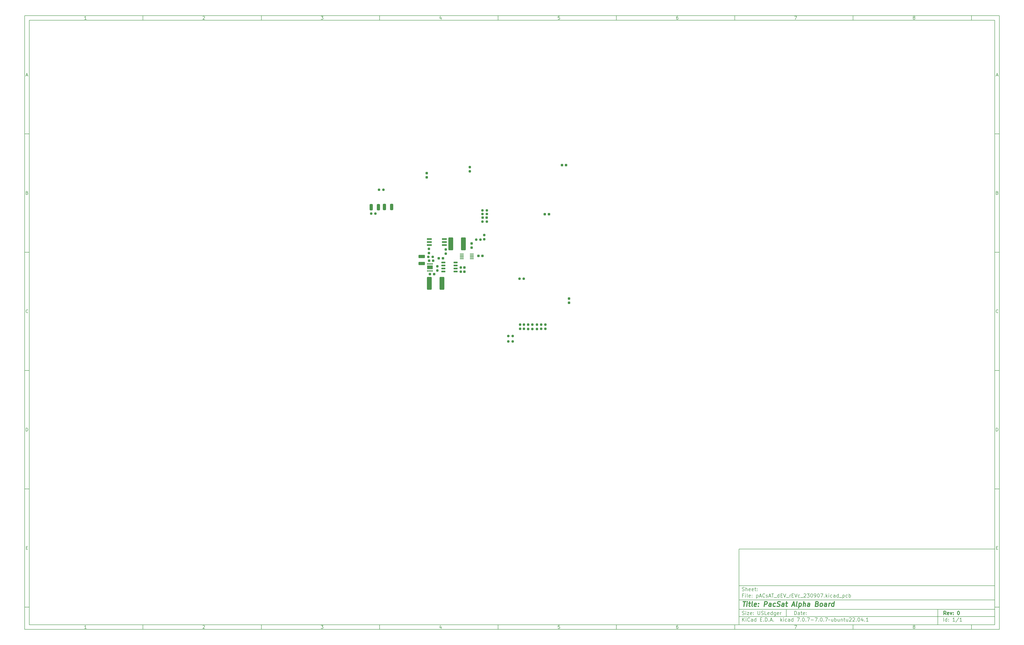
<source format=gbr>
%TF.GenerationSoftware,KiCad,Pcbnew,7.0.7-7.0.7~ubuntu22.04.1*%
%TF.CreationDate,2023-09-07T18:23:03-05:00*%
%TF.ProjectId,pACsAT_dEV_rEVc_230907,70414373-4154-45f6-9445-565f72455663,0*%
%TF.SameCoordinates,Original*%
%TF.FileFunction,Paste,Bot*%
%TF.FilePolarity,Positive*%
%FSLAX46Y46*%
G04 Gerber Fmt 4.6, Leading zero omitted, Abs format (unit mm)*
G04 Created by KiCad (PCBNEW 7.0.7-7.0.7~ubuntu22.04.1) date 2023-09-07 18:23:03*
%MOMM*%
%LPD*%
G01*
G04 APERTURE LIST*
G04 Aperture macros list*
%AMRoundRect*
0 Rectangle with rounded corners*
0 $1 Rounding radius*
0 $2 $3 $4 $5 $6 $7 $8 $9 X,Y pos of 4 corners*
0 Add a 4 corners polygon primitive as box body*
4,1,4,$2,$3,$4,$5,$6,$7,$8,$9,$2,$3,0*
0 Add four circle primitives for the rounded corners*
1,1,$1+$1,$2,$3*
1,1,$1+$1,$4,$5*
1,1,$1+$1,$6,$7*
1,1,$1+$1,$8,$9*
0 Add four rect primitives between the rounded corners*
20,1,$1+$1,$2,$3,$4,$5,0*
20,1,$1+$1,$4,$5,$6,$7,0*
20,1,$1+$1,$6,$7,$8,$9,0*
20,1,$1+$1,$8,$9,$2,$3,0*%
G04 Aperture macros list end*
%ADD10C,0.100000*%
%ADD11C,0.150000*%
%ADD12C,0.300000*%
%ADD13C,0.400000*%
%ADD14RoundRect,0.237500X-0.250000X-0.237500X0.250000X-0.237500X0.250000X0.237500X-0.250000X0.237500X0*%
%ADD15RoundRect,0.237500X-0.237500X0.250000X-0.237500X-0.250000X0.237500X-0.250000X0.237500X0.250000X0*%
%ADD16RoundRect,0.249999X-0.737501X-2.450001X0.737501X-2.450001X0.737501X2.450001X-0.737501X2.450001X0*%
%ADD17RoundRect,0.150000X0.725000X0.150000X-0.725000X0.150000X-0.725000X-0.150000X0.725000X-0.150000X0*%
%ADD18RoundRect,0.237500X-0.300000X-0.237500X0.300000X-0.237500X0.300000X0.237500X-0.300000X0.237500X0*%
%ADD19RoundRect,0.237500X-0.237500X0.300000X-0.237500X-0.300000X0.237500X-0.300000X0.237500X0.300000X0*%
%ADD20RoundRect,0.237500X0.250000X0.237500X-0.250000X0.237500X-0.250000X-0.237500X0.250000X-0.237500X0*%
%ADD21RoundRect,0.237500X0.300000X0.237500X-0.300000X0.237500X-0.300000X-0.237500X0.300000X-0.237500X0*%
%ADD22RoundRect,0.249999X0.737501X2.450001X-0.737501X2.450001X-0.737501X-2.450001X0.737501X-2.450001X0*%
%ADD23RoundRect,0.237500X0.237500X-0.300000X0.237500X0.300000X-0.237500X0.300000X-0.237500X-0.300000X0*%
%ADD24RoundRect,0.100000X0.712500X0.100000X-0.712500X0.100000X-0.712500X-0.100000X0.712500X-0.100000X0*%
%ADD25RoundRect,0.250001X-1.074999X0.462499X-1.074999X-0.462499X1.074999X-0.462499X1.074999X0.462499X0*%
%ADD26RoundRect,0.250000X0.400000X1.075000X-0.400000X1.075000X-0.400000X-1.075000X0.400000X-1.075000X0*%
%ADD27R,2.000000X0.640000*%
%ADD28R,2.350000X1.580000*%
%ADD29R,0.300000X0.700000*%
%ADD30RoundRect,0.237500X0.237500X-0.250000X0.237500X0.250000X-0.237500X0.250000X-0.237500X-0.250000X0*%
G04 APERTURE END LIST*
D10*
D11*
X311800000Y-235400000D02*
X419800000Y-235400000D01*
X419800000Y-267400000D01*
X311800000Y-267400000D01*
X311800000Y-235400000D01*
D10*
D11*
X10000000Y-10000000D02*
X421800000Y-10000000D01*
X421800000Y-269400000D01*
X10000000Y-269400000D01*
X10000000Y-10000000D01*
D10*
D11*
X12000000Y-12000000D02*
X419800000Y-12000000D01*
X419800000Y-267400000D01*
X12000000Y-267400000D01*
X12000000Y-12000000D01*
D10*
D11*
X60000000Y-12000000D02*
X60000000Y-10000000D01*
D10*
D11*
X110000000Y-12000000D02*
X110000000Y-10000000D01*
D10*
D11*
X160000000Y-12000000D02*
X160000000Y-10000000D01*
D10*
D11*
X210000000Y-12000000D02*
X210000000Y-10000000D01*
D10*
D11*
X260000000Y-12000000D02*
X260000000Y-10000000D01*
D10*
D11*
X310000000Y-12000000D02*
X310000000Y-10000000D01*
D10*
D11*
X360000000Y-12000000D02*
X360000000Y-10000000D01*
D10*
D11*
X410000000Y-12000000D02*
X410000000Y-10000000D01*
D10*
D11*
X36089160Y-11593604D02*
X35346303Y-11593604D01*
X35717731Y-11593604D02*
X35717731Y-10293604D01*
X35717731Y-10293604D02*
X35593922Y-10479319D01*
X35593922Y-10479319D02*
X35470112Y-10603128D01*
X35470112Y-10603128D02*
X35346303Y-10665033D01*
D10*
D11*
X85346303Y-10417414D02*
X85408207Y-10355509D01*
X85408207Y-10355509D02*
X85532017Y-10293604D01*
X85532017Y-10293604D02*
X85841541Y-10293604D01*
X85841541Y-10293604D02*
X85965350Y-10355509D01*
X85965350Y-10355509D02*
X86027255Y-10417414D01*
X86027255Y-10417414D02*
X86089160Y-10541223D01*
X86089160Y-10541223D02*
X86089160Y-10665033D01*
X86089160Y-10665033D02*
X86027255Y-10850747D01*
X86027255Y-10850747D02*
X85284398Y-11593604D01*
X85284398Y-11593604D02*
X86089160Y-11593604D01*
D10*
D11*
X135284398Y-10293604D02*
X136089160Y-10293604D01*
X136089160Y-10293604D02*
X135655826Y-10788842D01*
X135655826Y-10788842D02*
X135841541Y-10788842D01*
X135841541Y-10788842D02*
X135965350Y-10850747D01*
X135965350Y-10850747D02*
X136027255Y-10912652D01*
X136027255Y-10912652D02*
X136089160Y-11036461D01*
X136089160Y-11036461D02*
X136089160Y-11345985D01*
X136089160Y-11345985D02*
X136027255Y-11469795D01*
X136027255Y-11469795D02*
X135965350Y-11531700D01*
X135965350Y-11531700D02*
X135841541Y-11593604D01*
X135841541Y-11593604D02*
X135470112Y-11593604D01*
X135470112Y-11593604D02*
X135346303Y-11531700D01*
X135346303Y-11531700D02*
X135284398Y-11469795D01*
D10*
D11*
X185965350Y-10726938D02*
X185965350Y-11593604D01*
X185655826Y-10231700D02*
X185346303Y-11160271D01*
X185346303Y-11160271D02*
X186151064Y-11160271D01*
D10*
D11*
X236027255Y-10293604D02*
X235408207Y-10293604D01*
X235408207Y-10293604D02*
X235346303Y-10912652D01*
X235346303Y-10912652D02*
X235408207Y-10850747D01*
X235408207Y-10850747D02*
X235532017Y-10788842D01*
X235532017Y-10788842D02*
X235841541Y-10788842D01*
X235841541Y-10788842D02*
X235965350Y-10850747D01*
X235965350Y-10850747D02*
X236027255Y-10912652D01*
X236027255Y-10912652D02*
X236089160Y-11036461D01*
X236089160Y-11036461D02*
X236089160Y-11345985D01*
X236089160Y-11345985D02*
X236027255Y-11469795D01*
X236027255Y-11469795D02*
X235965350Y-11531700D01*
X235965350Y-11531700D02*
X235841541Y-11593604D01*
X235841541Y-11593604D02*
X235532017Y-11593604D01*
X235532017Y-11593604D02*
X235408207Y-11531700D01*
X235408207Y-11531700D02*
X235346303Y-11469795D01*
D10*
D11*
X285965350Y-10293604D02*
X285717731Y-10293604D01*
X285717731Y-10293604D02*
X285593922Y-10355509D01*
X285593922Y-10355509D02*
X285532017Y-10417414D01*
X285532017Y-10417414D02*
X285408207Y-10603128D01*
X285408207Y-10603128D02*
X285346303Y-10850747D01*
X285346303Y-10850747D02*
X285346303Y-11345985D01*
X285346303Y-11345985D02*
X285408207Y-11469795D01*
X285408207Y-11469795D02*
X285470112Y-11531700D01*
X285470112Y-11531700D02*
X285593922Y-11593604D01*
X285593922Y-11593604D02*
X285841541Y-11593604D01*
X285841541Y-11593604D02*
X285965350Y-11531700D01*
X285965350Y-11531700D02*
X286027255Y-11469795D01*
X286027255Y-11469795D02*
X286089160Y-11345985D01*
X286089160Y-11345985D02*
X286089160Y-11036461D01*
X286089160Y-11036461D02*
X286027255Y-10912652D01*
X286027255Y-10912652D02*
X285965350Y-10850747D01*
X285965350Y-10850747D02*
X285841541Y-10788842D01*
X285841541Y-10788842D02*
X285593922Y-10788842D01*
X285593922Y-10788842D02*
X285470112Y-10850747D01*
X285470112Y-10850747D02*
X285408207Y-10912652D01*
X285408207Y-10912652D02*
X285346303Y-11036461D01*
D10*
D11*
X335284398Y-10293604D02*
X336151064Y-10293604D01*
X336151064Y-10293604D02*
X335593922Y-11593604D01*
D10*
D11*
X385593922Y-10850747D02*
X385470112Y-10788842D01*
X385470112Y-10788842D02*
X385408207Y-10726938D01*
X385408207Y-10726938D02*
X385346303Y-10603128D01*
X385346303Y-10603128D02*
X385346303Y-10541223D01*
X385346303Y-10541223D02*
X385408207Y-10417414D01*
X385408207Y-10417414D02*
X385470112Y-10355509D01*
X385470112Y-10355509D02*
X385593922Y-10293604D01*
X385593922Y-10293604D02*
X385841541Y-10293604D01*
X385841541Y-10293604D02*
X385965350Y-10355509D01*
X385965350Y-10355509D02*
X386027255Y-10417414D01*
X386027255Y-10417414D02*
X386089160Y-10541223D01*
X386089160Y-10541223D02*
X386089160Y-10603128D01*
X386089160Y-10603128D02*
X386027255Y-10726938D01*
X386027255Y-10726938D02*
X385965350Y-10788842D01*
X385965350Y-10788842D02*
X385841541Y-10850747D01*
X385841541Y-10850747D02*
X385593922Y-10850747D01*
X385593922Y-10850747D02*
X385470112Y-10912652D01*
X385470112Y-10912652D02*
X385408207Y-10974557D01*
X385408207Y-10974557D02*
X385346303Y-11098366D01*
X385346303Y-11098366D02*
X385346303Y-11345985D01*
X385346303Y-11345985D02*
X385408207Y-11469795D01*
X385408207Y-11469795D02*
X385470112Y-11531700D01*
X385470112Y-11531700D02*
X385593922Y-11593604D01*
X385593922Y-11593604D02*
X385841541Y-11593604D01*
X385841541Y-11593604D02*
X385965350Y-11531700D01*
X385965350Y-11531700D02*
X386027255Y-11469795D01*
X386027255Y-11469795D02*
X386089160Y-11345985D01*
X386089160Y-11345985D02*
X386089160Y-11098366D01*
X386089160Y-11098366D02*
X386027255Y-10974557D01*
X386027255Y-10974557D02*
X385965350Y-10912652D01*
X385965350Y-10912652D02*
X385841541Y-10850747D01*
D10*
D11*
X60000000Y-267400000D02*
X60000000Y-269400000D01*
D10*
D11*
X110000000Y-267400000D02*
X110000000Y-269400000D01*
D10*
D11*
X160000000Y-267400000D02*
X160000000Y-269400000D01*
D10*
D11*
X210000000Y-267400000D02*
X210000000Y-269400000D01*
D10*
D11*
X260000000Y-267400000D02*
X260000000Y-269400000D01*
D10*
D11*
X310000000Y-267400000D02*
X310000000Y-269400000D01*
D10*
D11*
X360000000Y-267400000D02*
X360000000Y-269400000D01*
D10*
D11*
X410000000Y-267400000D02*
X410000000Y-269400000D01*
D10*
D11*
X36089160Y-268993604D02*
X35346303Y-268993604D01*
X35717731Y-268993604D02*
X35717731Y-267693604D01*
X35717731Y-267693604D02*
X35593922Y-267879319D01*
X35593922Y-267879319D02*
X35470112Y-268003128D01*
X35470112Y-268003128D02*
X35346303Y-268065033D01*
D10*
D11*
X85346303Y-267817414D02*
X85408207Y-267755509D01*
X85408207Y-267755509D02*
X85532017Y-267693604D01*
X85532017Y-267693604D02*
X85841541Y-267693604D01*
X85841541Y-267693604D02*
X85965350Y-267755509D01*
X85965350Y-267755509D02*
X86027255Y-267817414D01*
X86027255Y-267817414D02*
X86089160Y-267941223D01*
X86089160Y-267941223D02*
X86089160Y-268065033D01*
X86089160Y-268065033D02*
X86027255Y-268250747D01*
X86027255Y-268250747D02*
X85284398Y-268993604D01*
X85284398Y-268993604D02*
X86089160Y-268993604D01*
D10*
D11*
X135284398Y-267693604D02*
X136089160Y-267693604D01*
X136089160Y-267693604D02*
X135655826Y-268188842D01*
X135655826Y-268188842D02*
X135841541Y-268188842D01*
X135841541Y-268188842D02*
X135965350Y-268250747D01*
X135965350Y-268250747D02*
X136027255Y-268312652D01*
X136027255Y-268312652D02*
X136089160Y-268436461D01*
X136089160Y-268436461D02*
X136089160Y-268745985D01*
X136089160Y-268745985D02*
X136027255Y-268869795D01*
X136027255Y-268869795D02*
X135965350Y-268931700D01*
X135965350Y-268931700D02*
X135841541Y-268993604D01*
X135841541Y-268993604D02*
X135470112Y-268993604D01*
X135470112Y-268993604D02*
X135346303Y-268931700D01*
X135346303Y-268931700D02*
X135284398Y-268869795D01*
D10*
D11*
X185965350Y-268126938D02*
X185965350Y-268993604D01*
X185655826Y-267631700D02*
X185346303Y-268560271D01*
X185346303Y-268560271D02*
X186151064Y-268560271D01*
D10*
D11*
X236027255Y-267693604D02*
X235408207Y-267693604D01*
X235408207Y-267693604D02*
X235346303Y-268312652D01*
X235346303Y-268312652D02*
X235408207Y-268250747D01*
X235408207Y-268250747D02*
X235532017Y-268188842D01*
X235532017Y-268188842D02*
X235841541Y-268188842D01*
X235841541Y-268188842D02*
X235965350Y-268250747D01*
X235965350Y-268250747D02*
X236027255Y-268312652D01*
X236027255Y-268312652D02*
X236089160Y-268436461D01*
X236089160Y-268436461D02*
X236089160Y-268745985D01*
X236089160Y-268745985D02*
X236027255Y-268869795D01*
X236027255Y-268869795D02*
X235965350Y-268931700D01*
X235965350Y-268931700D02*
X235841541Y-268993604D01*
X235841541Y-268993604D02*
X235532017Y-268993604D01*
X235532017Y-268993604D02*
X235408207Y-268931700D01*
X235408207Y-268931700D02*
X235346303Y-268869795D01*
D10*
D11*
X285965350Y-267693604D02*
X285717731Y-267693604D01*
X285717731Y-267693604D02*
X285593922Y-267755509D01*
X285593922Y-267755509D02*
X285532017Y-267817414D01*
X285532017Y-267817414D02*
X285408207Y-268003128D01*
X285408207Y-268003128D02*
X285346303Y-268250747D01*
X285346303Y-268250747D02*
X285346303Y-268745985D01*
X285346303Y-268745985D02*
X285408207Y-268869795D01*
X285408207Y-268869795D02*
X285470112Y-268931700D01*
X285470112Y-268931700D02*
X285593922Y-268993604D01*
X285593922Y-268993604D02*
X285841541Y-268993604D01*
X285841541Y-268993604D02*
X285965350Y-268931700D01*
X285965350Y-268931700D02*
X286027255Y-268869795D01*
X286027255Y-268869795D02*
X286089160Y-268745985D01*
X286089160Y-268745985D02*
X286089160Y-268436461D01*
X286089160Y-268436461D02*
X286027255Y-268312652D01*
X286027255Y-268312652D02*
X285965350Y-268250747D01*
X285965350Y-268250747D02*
X285841541Y-268188842D01*
X285841541Y-268188842D02*
X285593922Y-268188842D01*
X285593922Y-268188842D02*
X285470112Y-268250747D01*
X285470112Y-268250747D02*
X285408207Y-268312652D01*
X285408207Y-268312652D02*
X285346303Y-268436461D01*
D10*
D11*
X335284398Y-267693604D02*
X336151064Y-267693604D01*
X336151064Y-267693604D02*
X335593922Y-268993604D01*
D10*
D11*
X385593922Y-268250747D02*
X385470112Y-268188842D01*
X385470112Y-268188842D02*
X385408207Y-268126938D01*
X385408207Y-268126938D02*
X385346303Y-268003128D01*
X385346303Y-268003128D02*
X385346303Y-267941223D01*
X385346303Y-267941223D02*
X385408207Y-267817414D01*
X385408207Y-267817414D02*
X385470112Y-267755509D01*
X385470112Y-267755509D02*
X385593922Y-267693604D01*
X385593922Y-267693604D02*
X385841541Y-267693604D01*
X385841541Y-267693604D02*
X385965350Y-267755509D01*
X385965350Y-267755509D02*
X386027255Y-267817414D01*
X386027255Y-267817414D02*
X386089160Y-267941223D01*
X386089160Y-267941223D02*
X386089160Y-268003128D01*
X386089160Y-268003128D02*
X386027255Y-268126938D01*
X386027255Y-268126938D02*
X385965350Y-268188842D01*
X385965350Y-268188842D02*
X385841541Y-268250747D01*
X385841541Y-268250747D02*
X385593922Y-268250747D01*
X385593922Y-268250747D02*
X385470112Y-268312652D01*
X385470112Y-268312652D02*
X385408207Y-268374557D01*
X385408207Y-268374557D02*
X385346303Y-268498366D01*
X385346303Y-268498366D02*
X385346303Y-268745985D01*
X385346303Y-268745985D02*
X385408207Y-268869795D01*
X385408207Y-268869795D02*
X385470112Y-268931700D01*
X385470112Y-268931700D02*
X385593922Y-268993604D01*
X385593922Y-268993604D02*
X385841541Y-268993604D01*
X385841541Y-268993604D02*
X385965350Y-268931700D01*
X385965350Y-268931700D02*
X386027255Y-268869795D01*
X386027255Y-268869795D02*
X386089160Y-268745985D01*
X386089160Y-268745985D02*
X386089160Y-268498366D01*
X386089160Y-268498366D02*
X386027255Y-268374557D01*
X386027255Y-268374557D02*
X385965350Y-268312652D01*
X385965350Y-268312652D02*
X385841541Y-268250747D01*
D10*
D11*
X10000000Y-60000000D02*
X12000000Y-60000000D01*
D10*
D11*
X10000000Y-110000000D02*
X12000000Y-110000000D01*
D10*
D11*
X10000000Y-160000000D02*
X12000000Y-160000000D01*
D10*
D11*
X10000000Y-210000000D02*
X12000000Y-210000000D01*
D10*
D11*
X10000000Y-260000000D02*
X12000000Y-260000000D01*
D10*
D11*
X10690476Y-35222176D02*
X11309523Y-35222176D01*
X10566666Y-35593604D02*
X10999999Y-34293604D01*
X10999999Y-34293604D02*
X11433333Y-35593604D01*
D10*
D11*
X11092857Y-84912652D02*
X11278571Y-84974557D01*
X11278571Y-84974557D02*
X11340476Y-85036461D01*
X11340476Y-85036461D02*
X11402380Y-85160271D01*
X11402380Y-85160271D02*
X11402380Y-85345985D01*
X11402380Y-85345985D02*
X11340476Y-85469795D01*
X11340476Y-85469795D02*
X11278571Y-85531700D01*
X11278571Y-85531700D02*
X11154761Y-85593604D01*
X11154761Y-85593604D02*
X10659523Y-85593604D01*
X10659523Y-85593604D02*
X10659523Y-84293604D01*
X10659523Y-84293604D02*
X11092857Y-84293604D01*
X11092857Y-84293604D02*
X11216666Y-84355509D01*
X11216666Y-84355509D02*
X11278571Y-84417414D01*
X11278571Y-84417414D02*
X11340476Y-84541223D01*
X11340476Y-84541223D02*
X11340476Y-84665033D01*
X11340476Y-84665033D02*
X11278571Y-84788842D01*
X11278571Y-84788842D02*
X11216666Y-84850747D01*
X11216666Y-84850747D02*
X11092857Y-84912652D01*
X11092857Y-84912652D02*
X10659523Y-84912652D01*
D10*
D11*
X11402380Y-135469795D02*
X11340476Y-135531700D01*
X11340476Y-135531700D02*
X11154761Y-135593604D01*
X11154761Y-135593604D02*
X11030952Y-135593604D01*
X11030952Y-135593604D02*
X10845238Y-135531700D01*
X10845238Y-135531700D02*
X10721428Y-135407890D01*
X10721428Y-135407890D02*
X10659523Y-135284080D01*
X10659523Y-135284080D02*
X10597619Y-135036461D01*
X10597619Y-135036461D02*
X10597619Y-134850747D01*
X10597619Y-134850747D02*
X10659523Y-134603128D01*
X10659523Y-134603128D02*
X10721428Y-134479319D01*
X10721428Y-134479319D02*
X10845238Y-134355509D01*
X10845238Y-134355509D02*
X11030952Y-134293604D01*
X11030952Y-134293604D02*
X11154761Y-134293604D01*
X11154761Y-134293604D02*
X11340476Y-134355509D01*
X11340476Y-134355509D02*
X11402380Y-134417414D01*
D10*
D11*
X10659523Y-185593604D02*
X10659523Y-184293604D01*
X10659523Y-184293604D02*
X10969047Y-184293604D01*
X10969047Y-184293604D02*
X11154761Y-184355509D01*
X11154761Y-184355509D02*
X11278571Y-184479319D01*
X11278571Y-184479319D02*
X11340476Y-184603128D01*
X11340476Y-184603128D02*
X11402380Y-184850747D01*
X11402380Y-184850747D02*
X11402380Y-185036461D01*
X11402380Y-185036461D02*
X11340476Y-185284080D01*
X11340476Y-185284080D02*
X11278571Y-185407890D01*
X11278571Y-185407890D02*
X11154761Y-185531700D01*
X11154761Y-185531700D02*
X10969047Y-185593604D01*
X10969047Y-185593604D02*
X10659523Y-185593604D01*
D10*
D11*
X10721428Y-234912652D02*
X11154762Y-234912652D01*
X11340476Y-235593604D02*
X10721428Y-235593604D01*
X10721428Y-235593604D02*
X10721428Y-234293604D01*
X10721428Y-234293604D02*
X11340476Y-234293604D01*
D10*
D11*
X421800000Y-60000000D02*
X419800000Y-60000000D01*
D10*
D11*
X421800000Y-110000000D02*
X419800000Y-110000000D01*
D10*
D11*
X421800000Y-160000000D02*
X419800000Y-160000000D01*
D10*
D11*
X421800000Y-210000000D02*
X419800000Y-210000000D01*
D10*
D11*
X421800000Y-260000000D02*
X419800000Y-260000000D01*
D10*
D11*
X420490476Y-35222176D02*
X421109523Y-35222176D01*
X420366666Y-35593604D02*
X420799999Y-34293604D01*
X420799999Y-34293604D02*
X421233333Y-35593604D01*
D10*
D11*
X420892857Y-84912652D02*
X421078571Y-84974557D01*
X421078571Y-84974557D02*
X421140476Y-85036461D01*
X421140476Y-85036461D02*
X421202380Y-85160271D01*
X421202380Y-85160271D02*
X421202380Y-85345985D01*
X421202380Y-85345985D02*
X421140476Y-85469795D01*
X421140476Y-85469795D02*
X421078571Y-85531700D01*
X421078571Y-85531700D02*
X420954761Y-85593604D01*
X420954761Y-85593604D02*
X420459523Y-85593604D01*
X420459523Y-85593604D02*
X420459523Y-84293604D01*
X420459523Y-84293604D02*
X420892857Y-84293604D01*
X420892857Y-84293604D02*
X421016666Y-84355509D01*
X421016666Y-84355509D02*
X421078571Y-84417414D01*
X421078571Y-84417414D02*
X421140476Y-84541223D01*
X421140476Y-84541223D02*
X421140476Y-84665033D01*
X421140476Y-84665033D02*
X421078571Y-84788842D01*
X421078571Y-84788842D02*
X421016666Y-84850747D01*
X421016666Y-84850747D02*
X420892857Y-84912652D01*
X420892857Y-84912652D02*
X420459523Y-84912652D01*
D10*
D11*
X421202380Y-135469795D02*
X421140476Y-135531700D01*
X421140476Y-135531700D02*
X420954761Y-135593604D01*
X420954761Y-135593604D02*
X420830952Y-135593604D01*
X420830952Y-135593604D02*
X420645238Y-135531700D01*
X420645238Y-135531700D02*
X420521428Y-135407890D01*
X420521428Y-135407890D02*
X420459523Y-135284080D01*
X420459523Y-135284080D02*
X420397619Y-135036461D01*
X420397619Y-135036461D02*
X420397619Y-134850747D01*
X420397619Y-134850747D02*
X420459523Y-134603128D01*
X420459523Y-134603128D02*
X420521428Y-134479319D01*
X420521428Y-134479319D02*
X420645238Y-134355509D01*
X420645238Y-134355509D02*
X420830952Y-134293604D01*
X420830952Y-134293604D02*
X420954761Y-134293604D01*
X420954761Y-134293604D02*
X421140476Y-134355509D01*
X421140476Y-134355509D02*
X421202380Y-134417414D01*
D10*
D11*
X420459523Y-185593604D02*
X420459523Y-184293604D01*
X420459523Y-184293604D02*
X420769047Y-184293604D01*
X420769047Y-184293604D02*
X420954761Y-184355509D01*
X420954761Y-184355509D02*
X421078571Y-184479319D01*
X421078571Y-184479319D02*
X421140476Y-184603128D01*
X421140476Y-184603128D02*
X421202380Y-184850747D01*
X421202380Y-184850747D02*
X421202380Y-185036461D01*
X421202380Y-185036461D02*
X421140476Y-185284080D01*
X421140476Y-185284080D02*
X421078571Y-185407890D01*
X421078571Y-185407890D02*
X420954761Y-185531700D01*
X420954761Y-185531700D02*
X420769047Y-185593604D01*
X420769047Y-185593604D02*
X420459523Y-185593604D01*
D10*
D11*
X420521428Y-234912652D02*
X420954762Y-234912652D01*
X421140476Y-235593604D02*
X420521428Y-235593604D01*
X420521428Y-235593604D02*
X420521428Y-234293604D01*
X420521428Y-234293604D02*
X421140476Y-234293604D01*
D10*
D11*
X335255826Y-263186128D02*
X335255826Y-261686128D01*
X335255826Y-261686128D02*
X335612969Y-261686128D01*
X335612969Y-261686128D02*
X335827255Y-261757557D01*
X335827255Y-261757557D02*
X335970112Y-261900414D01*
X335970112Y-261900414D02*
X336041541Y-262043271D01*
X336041541Y-262043271D02*
X336112969Y-262328985D01*
X336112969Y-262328985D02*
X336112969Y-262543271D01*
X336112969Y-262543271D02*
X336041541Y-262828985D01*
X336041541Y-262828985D02*
X335970112Y-262971842D01*
X335970112Y-262971842D02*
X335827255Y-263114700D01*
X335827255Y-263114700D02*
X335612969Y-263186128D01*
X335612969Y-263186128D02*
X335255826Y-263186128D01*
X337398684Y-263186128D02*
X337398684Y-262400414D01*
X337398684Y-262400414D02*
X337327255Y-262257557D01*
X337327255Y-262257557D02*
X337184398Y-262186128D01*
X337184398Y-262186128D02*
X336898684Y-262186128D01*
X336898684Y-262186128D02*
X336755826Y-262257557D01*
X337398684Y-263114700D02*
X337255826Y-263186128D01*
X337255826Y-263186128D02*
X336898684Y-263186128D01*
X336898684Y-263186128D02*
X336755826Y-263114700D01*
X336755826Y-263114700D02*
X336684398Y-262971842D01*
X336684398Y-262971842D02*
X336684398Y-262828985D01*
X336684398Y-262828985D02*
X336755826Y-262686128D01*
X336755826Y-262686128D02*
X336898684Y-262614700D01*
X336898684Y-262614700D02*
X337255826Y-262614700D01*
X337255826Y-262614700D02*
X337398684Y-262543271D01*
X337898684Y-262186128D02*
X338470112Y-262186128D01*
X338112969Y-261686128D02*
X338112969Y-262971842D01*
X338112969Y-262971842D02*
X338184398Y-263114700D01*
X338184398Y-263114700D02*
X338327255Y-263186128D01*
X338327255Y-263186128D02*
X338470112Y-263186128D01*
X339541541Y-263114700D02*
X339398684Y-263186128D01*
X339398684Y-263186128D02*
X339112970Y-263186128D01*
X339112970Y-263186128D02*
X338970112Y-263114700D01*
X338970112Y-263114700D02*
X338898684Y-262971842D01*
X338898684Y-262971842D02*
X338898684Y-262400414D01*
X338898684Y-262400414D02*
X338970112Y-262257557D01*
X338970112Y-262257557D02*
X339112970Y-262186128D01*
X339112970Y-262186128D02*
X339398684Y-262186128D01*
X339398684Y-262186128D02*
X339541541Y-262257557D01*
X339541541Y-262257557D02*
X339612970Y-262400414D01*
X339612970Y-262400414D02*
X339612970Y-262543271D01*
X339612970Y-262543271D02*
X338898684Y-262686128D01*
X340255826Y-263043271D02*
X340327255Y-263114700D01*
X340327255Y-263114700D02*
X340255826Y-263186128D01*
X340255826Y-263186128D02*
X340184398Y-263114700D01*
X340184398Y-263114700D02*
X340255826Y-263043271D01*
X340255826Y-263043271D02*
X340255826Y-263186128D01*
X340255826Y-262257557D02*
X340327255Y-262328985D01*
X340327255Y-262328985D02*
X340255826Y-262400414D01*
X340255826Y-262400414D02*
X340184398Y-262328985D01*
X340184398Y-262328985D02*
X340255826Y-262257557D01*
X340255826Y-262257557D02*
X340255826Y-262400414D01*
D10*
D11*
X311800000Y-263900000D02*
X419800000Y-263900000D01*
D10*
D11*
X313255826Y-265986128D02*
X313255826Y-264486128D01*
X314112969Y-265986128D02*
X313470112Y-265128985D01*
X314112969Y-264486128D02*
X313255826Y-265343271D01*
X314755826Y-265986128D02*
X314755826Y-264986128D01*
X314755826Y-264486128D02*
X314684398Y-264557557D01*
X314684398Y-264557557D02*
X314755826Y-264628985D01*
X314755826Y-264628985D02*
X314827255Y-264557557D01*
X314827255Y-264557557D02*
X314755826Y-264486128D01*
X314755826Y-264486128D02*
X314755826Y-264628985D01*
X316327255Y-265843271D02*
X316255827Y-265914700D01*
X316255827Y-265914700D02*
X316041541Y-265986128D01*
X316041541Y-265986128D02*
X315898684Y-265986128D01*
X315898684Y-265986128D02*
X315684398Y-265914700D01*
X315684398Y-265914700D02*
X315541541Y-265771842D01*
X315541541Y-265771842D02*
X315470112Y-265628985D01*
X315470112Y-265628985D02*
X315398684Y-265343271D01*
X315398684Y-265343271D02*
X315398684Y-265128985D01*
X315398684Y-265128985D02*
X315470112Y-264843271D01*
X315470112Y-264843271D02*
X315541541Y-264700414D01*
X315541541Y-264700414D02*
X315684398Y-264557557D01*
X315684398Y-264557557D02*
X315898684Y-264486128D01*
X315898684Y-264486128D02*
X316041541Y-264486128D01*
X316041541Y-264486128D02*
X316255827Y-264557557D01*
X316255827Y-264557557D02*
X316327255Y-264628985D01*
X317612970Y-265986128D02*
X317612970Y-265200414D01*
X317612970Y-265200414D02*
X317541541Y-265057557D01*
X317541541Y-265057557D02*
X317398684Y-264986128D01*
X317398684Y-264986128D02*
X317112970Y-264986128D01*
X317112970Y-264986128D02*
X316970112Y-265057557D01*
X317612970Y-265914700D02*
X317470112Y-265986128D01*
X317470112Y-265986128D02*
X317112970Y-265986128D01*
X317112970Y-265986128D02*
X316970112Y-265914700D01*
X316970112Y-265914700D02*
X316898684Y-265771842D01*
X316898684Y-265771842D02*
X316898684Y-265628985D01*
X316898684Y-265628985D02*
X316970112Y-265486128D01*
X316970112Y-265486128D02*
X317112970Y-265414700D01*
X317112970Y-265414700D02*
X317470112Y-265414700D01*
X317470112Y-265414700D02*
X317612970Y-265343271D01*
X318970113Y-265986128D02*
X318970113Y-264486128D01*
X318970113Y-265914700D02*
X318827255Y-265986128D01*
X318827255Y-265986128D02*
X318541541Y-265986128D01*
X318541541Y-265986128D02*
X318398684Y-265914700D01*
X318398684Y-265914700D02*
X318327255Y-265843271D01*
X318327255Y-265843271D02*
X318255827Y-265700414D01*
X318255827Y-265700414D02*
X318255827Y-265271842D01*
X318255827Y-265271842D02*
X318327255Y-265128985D01*
X318327255Y-265128985D02*
X318398684Y-265057557D01*
X318398684Y-265057557D02*
X318541541Y-264986128D01*
X318541541Y-264986128D02*
X318827255Y-264986128D01*
X318827255Y-264986128D02*
X318970113Y-265057557D01*
X320827255Y-265200414D02*
X321327255Y-265200414D01*
X321541541Y-265986128D02*
X320827255Y-265986128D01*
X320827255Y-265986128D02*
X320827255Y-264486128D01*
X320827255Y-264486128D02*
X321541541Y-264486128D01*
X322184398Y-265843271D02*
X322255827Y-265914700D01*
X322255827Y-265914700D02*
X322184398Y-265986128D01*
X322184398Y-265986128D02*
X322112970Y-265914700D01*
X322112970Y-265914700D02*
X322184398Y-265843271D01*
X322184398Y-265843271D02*
X322184398Y-265986128D01*
X322898684Y-265986128D02*
X322898684Y-264486128D01*
X322898684Y-264486128D02*
X323255827Y-264486128D01*
X323255827Y-264486128D02*
X323470113Y-264557557D01*
X323470113Y-264557557D02*
X323612970Y-264700414D01*
X323612970Y-264700414D02*
X323684399Y-264843271D01*
X323684399Y-264843271D02*
X323755827Y-265128985D01*
X323755827Y-265128985D02*
X323755827Y-265343271D01*
X323755827Y-265343271D02*
X323684399Y-265628985D01*
X323684399Y-265628985D02*
X323612970Y-265771842D01*
X323612970Y-265771842D02*
X323470113Y-265914700D01*
X323470113Y-265914700D02*
X323255827Y-265986128D01*
X323255827Y-265986128D02*
X322898684Y-265986128D01*
X324398684Y-265843271D02*
X324470113Y-265914700D01*
X324470113Y-265914700D02*
X324398684Y-265986128D01*
X324398684Y-265986128D02*
X324327256Y-265914700D01*
X324327256Y-265914700D02*
X324398684Y-265843271D01*
X324398684Y-265843271D02*
X324398684Y-265986128D01*
X325041542Y-265557557D02*
X325755828Y-265557557D01*
X324898685Y-265986128D02*
X325398685Y-264486128D01*
X325398685Y-264486128D02*
X325898685Y-265986128D01*
X326398684Y-265843271D02*
X326470113Y-265914700D01*
X326470113Y-265914700D02*
X326398684Y-265986128D01*
X326398684Y-265986128D02*
X326327256Y-265914700D01*
X326327256Y-265914700D02*
X326398684Y-265843271D01*
X326398684Y-265843271D02*
X326398684Y-265986128D01*
X329398684Y-265986128D02*
X329398684Y-264486128D01*
X329541542Y-265414700D02*
X329970113Y-265986128D01*
X329970113Y-264986128D02*
X329398684Y-265557557D01*
X330612970Y-265986128D02*
X330612970Y-264986128D01*
X330612970Y-264486128D02*
X330541542Y-264557557D01*
X330541542Y-264557557D02*
X330612970Y-264628985D01*
X330612970Y-264628985D02*
X330684399Y-264557557D01*
X330684399Y-264557557D02*
X330612970Y-264486128D01*
X330612970Y-264486128D02*
X330612970Y-264628985D01*
X331970114Y-265914700D02*
X331827256Y-265986128D01*
X331827256Y-265986128D02*
X331541542Y-265986128D01*
X331541542Y-265986128D02*
X331398685Y-265914700D01*
X331398685Y-265914700D02*
X331327256Y-265843271D01*
X331327256Y-265843271D02*
X331255828Y-265700414D01*
X331255828Y-265700414D02*
X331255828Y-265271842D01*
X331255828Y-265271842D02*
X331327256Y-265128985D01*
X331327256Y-265128985D02*
X331398685Y-265057557D01*
X331398685Y-265057557D02*
X331541542Y-264986128D01*
X331541542Y-264986128D02*
X331827256Y-264986128D01*
X331827256Y-264986128D02*
X331970114Y-265057557D01*
X333255828Y-265986128D02*
X333255828Y-265200414D01*
X333255828Y-265200414D02*
X333184399Y-265057557D01*
X333184399Y-265057557D02*
X333041542Y-264986128D01*
X333041542Y-264986128D02*
X332755828Y-264986128D01*
X332755828Y-264986128D02*
X332612970Y-265057557D01*
X333255828Y-265914700D02*
X333112970Y-265986128D01*
X333112970Y-265986128D02*
X332755828Y-265986128D01*
X332755828Y-265986128D02*
X332612970Y-265914700D01*
X332612970Y-265914700D02*
X332541542Y-265771842D01*
X332541542Y-265771842D02*
X332541542Y-265628985D01*
X332541542Y-265628985D02*
X332612970Y-265486128D01*
X332612970Y-265486128D02*
X332755828Y-265414700D01*
X332755828Y-265414700D02*
X333112970Y-265414700D01*
X333112970Y-265414700D02*
X333255828Y-265343271D01*
X334612971Y-265986128D02*
X334612971Y-264486128D01*
X334612971Y-265914700D02*
X334470113Y-265986128D01*
X334470113Y-265986128D02*
X334184399Y-265986128D01*
X334184399Y-265986128D02*
X334041542Y-265914700D01*
X334041542Y-265914700D02*
X333970113Y-265843271D01*
X333970113Y-265843271D02*
X333898685Y-265700414D01*
X333898685Y-265700414D02*
X333898685Y-265271842D01*
X333898685Y-265271842D02*
X333970113Y-265128985D01*
X333970113Y-265128985D02*
X334041542Y-265057557D01*
X334041542Y-265057557D02*
X334184399Y-264986128D01*
X334184399Y-264986128D02*
X334470113Y-264986128D01*
X334470113Y-264986128D02*
X334612971Y-265057557D01*
X336327256Y-264486128D02*
X337327256Y-264486128D01*
X337327256Y-264486128D02*
X336684399Y-265986128D01*
X337898684Y-265843271D02*
X337970113Y-265914700D01*
X337970113Y-265914700D02*
X337898684Y-265986128D01*
X337898684Y-265986128D02*
X337827256Y-265914700D01*
X337827256Y-265914700D02*
X337898684Y-265843271D01*
X337898684Y-265843271D02*
X337898684Y-265986128D01*
X338898685Y-264486128D02*
X339041542Y-264486128D01*
X339041542Y-264486128D02*
X339184399Y-264557557D01*
X339184399Y-264557557D02*
X339255828Y-264628985D01*
X339255828Y-264628985D02*
X339327256Y-264771842D01*
X339327256Y-264771842D02*
X339398685Y-265057557D01*
X339398685Y-265057557D02*
X339398685Y-265414700D01*
X339398685Y-265414700D02*
X339327256Y-265700414D01*
X339327256Y-265700414D02*
X339255828Y-265843271D01*
X339255828Y-265843271D02*
X339184399Y-265914700D01*
X339184399Y-265914700D02*
X339041542Y-265986128D01*
X339041542Y-265986128D02*
X338898685Y-265986128D01*
X338898685Y-265986128D02*
X338755828Y-265914700D01*
X338755828Y-265914700D02*
X338684399Y-265843271D01*
X338684399Y-265843271D02*
X338612970Y-265700414D01*
X338612970Y-265700414D02*
X338541542Y-265414700D01*
X338541542Y-265414700D02*
X338541542Y-265057557D01*
X338541542Y-265057557D02*
X338612970Y-264771842D01*
X338612970Y-264771842D02*
X338684399Y-264628985D01*
X338684399Y-264628985D02*
X338755828Y-264557557D01*
X338755828Y-264557557D02*
X338898685Y-264486128D01*
X340041541Y-265843271D02*
X340112970Y-265914700D01*
X340112970Y-265914700D02*
X340041541Y-265986128D01*
X340041541Y-265986128D02*
X339970113Y-265914700D01*
X339970113Y-265914700D02*
X340041541Y-265843271D01*
X340041541Y-265843271D02*
X340041541Y-265986128D01*
X340612970Y-264486128D02*
X341612970Y-264486128D01*
X341612970Y-264486128D02*
X340970113Y-265986128D01*
X342184398Y-265414700D02*
X343327256Y-265414700D01*
X343898684Y-264486128D02*
X344898684Y-264486128D01*
X344898684Y-264486128D02*
X344255827Y-265986128D01*
X345470112Y-265843271D02*
X345541541Y-265914700D01*
X345541541Y-265914700D02*
X345470112Y-265986128D01*
X345470112Y-265986128D02*
X345398684Y-265914700D01*
X345398684Y-265914700D02*
X345470112Y-265843271D01*
X345470112Y-265843271D02*
X345470112Y-265986128D01*
X346470113Y-264486128D02*
X346612970Y-264486128D01*
X346612970Y-264486128D02*
X346755827Y-264557557D01*
X346755827Y-264557557D02*
X346827256Y-264628985D01*
X346827256Y-264628985D02*
X346898684Y-264771842D01*
X346898684Y-264771842D02*
X346970113Y-265057557D01*
X346970113Y-265057557D02*
X346970113Y-265414700D01*
X346970113Y-265414700D02*
X346898684Y-265700414D01*
X346898684Y-265700414D02*
X346827256Y-265843271D01*
X346827256Y-265843271D02*
X346755827Y-265914700D01*
X346755827Y-265914700D02*
X346612970Y-265986128D01*
X346612970Y-265986128D02*
X346470113Y-265986128D01*
X346470113Y-265986128D02*
X346327256Y-265914700D01*
X346327256Y-265914700D02*
X346255827Y-265843271D01*
X346255827Y-265843271D02*
X346184398Y-265700414D01*
X346184398Y-265700414D02*
X346112970Y-265414700D01*
X346112970Y-265414700D02*
X346112970Y-265057557D01*
X346112970Y-265057557D02*
X346184398Y-264771842D01*
X346184398Y-264771842D02*
X346255827Y-264628985D01*
X346255827Y-264628985D02*
X346327256Y-264557557D01*
X346327256Y-264557557D02*
X346470113Y-264486128D01*
X347612969Y-265843271D02*
X347684398Y-265914700D01*
X347684398Y-265914700D02*
X347612969Y-265986128D01*
X347612969Y-265986128D02*
X347541541Y-265914700D01*
X347541541Y-265914700D02*
X347612969Y-265843271D01*
X347612969Y-265843271D02*
X347612969Y-265986128D01*
X348184398Y-264486128D02*
X349184398Y-264486128D01*
X349184398Y-264486128D02*
X348541541Y-265986128D01*
X349541541Y-265414700D02*
X349612969Y-265343271D01*
X349612969Y-265343271D02*
X349755826Y-265271842D01*
X349755826Y-265271842D02*
X350041541Y-265414700D01*
X350041541Y-265414700D02*
X350184398Y-265343271D01*
X350184398Y-265343271D02*
X350255826Y-265271842D01*
X351470113Y-264986128D02*
X351470113Y-265986128D01*
X350827255Y-264986128D02*
X350827255Y-265771842D01*
X350827255Y-265771842D02*
X350898684Y-265914700D01*
X350898684Y-265914700D02*
X351041541Y-265986128D01*
X351041541Y-265986128D02*
X351255827Y-265986128D01*
X351255827Y-265986128D02*
X351398684Y-265914700D01*
X351398684Y-265914700D02*
X351470113Y-265843271D01*
X352184398Y-265986128D02*
X352184398Y-264486128D01*
X352184398Y-265057557D02*
X352327256Y-264986128D01*
X352327256Y-264986128D02*
X352612970Y-264986128D01*
X352612970Y-264986128D02*
X352755827Y-265057557D01*
X352755827Y-265057557D02*
X352827256Y-265128985D01*
X352827256Y-265128985D02*
X352898684Y-265271842D01*
X352898684Y-265271842D02*
X352898684Y-265700414D01*
X352898684Y-265700414D02*
X352827256Y-265843271D01*
X352827256Y-265843271D02*
X352755827Y-265914700D01*
X352755827Y-265914700D02*
X352612970Y-265986128D01*
X352612970Y-265986128D02*
X352327256Y-265986128D01*
X352327256Y-265986128D02*
X352184398Y-265914700D01*
X354184399Y-264986128D02*
X354184399Y-265986128D01*
X353541541Y-264986128D02*
X353541541Y-265771842D01*
X353541541Y-265771842D02*
X353612970Y-265914700D01*
X353612970Y-265914700D02*
X353755827Y-265986128D01*
X353755827Y-265986128D02*
X353970113Y-265986128D01*
X353970113Y-265986128D02*
X354112970Y-265914700D01*
X354112970Y-265914700D02*
X354184399Y-265843271D01*
X354898684Y-264986128D02*
X354898684Y-265986128D01*
X354898684Y-265128985D02*
X354970113Y-265057557D01*
X354970113Y-265057557D02*
X355112970Y-264986128D01*
X355112970Y-264986128D02*
X355327256Y-264986128D01*
X355327256Y-264986128D02*
X355470113Y-265057557D01*
X355470113Y-265057557D02*
X355541542Y-265200414D01*
X355541542Y-265200414D02*
X355541542Y-265986128D01*
X356041542Y-264986128D02*
X356612970Y-264986128D01*
X356255827Y-264486128D02*
X356255827Y-265771842D01*
X356255827Y-265771842D02*
X356327256Y-265914700D01*
X356327256Y-265914700D02*
X356470113Y-265986128D01*
X356470113Y-265986128D02*
X356612970Y-265986128D01*
X357755828Y-264986128D02*
X357755828Y-265986128D01*
X357112970Y-264986128D02*
X357112970Y-265771842D01*
X357112970Y-265771842D02*
X357184399Y-265914700D01*
X357184399Y-265914700D02*
X357327256Y-265986128D01*
X357327256Y-265986128D02*
X357541542Y-265986128D01*
X357541542Y-265986128D02*
X357684399Y-265914700D01*
X357684399Y-265914700D02*
X357755828Y-265843271D01*
X358398685Y-264628985D02*
X358470113Y-264557557D01*
X358470113Y-264557557D02*
X358612971Y-264486128D01*
X358612971Y-264486128D02*
X358970113Y-264486128D01*
X358970113Y-264486128D02*
X359112971Y-264557557D01*
X359112971Y-264557557D02*
X359184399Y-264628985D01*
X359184399Y-264628985D02*
X359255828Y-264771842D01*
X359255828Y-264771842D02*
X359255828Y-264914700D01*
X359255828Y-264914700D02*
X359184399Y-265128985D01*
X359184399Y-265128985D02*
X358327256Y-265986128D01*
X358327256Y-265986128D02*
X359255828Y-265986128D01*
X359827256Y-264628985D02*
X359898684Y-264557557D01*
X359898684Y-264557557D02*
X360041542Y-264486128D01*
X360041542Y-264486128D02*
X360398684Y-264486128D01*
X360398684Y-264486128D02*
X360541542Y-264557557D01*
X360541542Y-264557557D02*
X360612970Y-264628985D01*
X360612970Y-264628985D02*
X360684399Y-264771842D01*
X360684399Y-264771842D02*
X360684399Y-264914700D01*
X360684399Y-264914700D02*
X360612970Y-265128985D01*
X360612970Y-265128985D02*
X359755827Y-265986128D01*
X359755827Y-265986128D02*
X360684399Y-265986128D01*
X361327255Y-265843271D02*
X361398684Y-265914700D01*
X361398684Y-265914700D02*
X361327255Y-265986128D01*
X361327255Y-265986128D02*
X361255827Y-265914700D01*
X361255827Y-265914700D02*
X361327255Y-265843271D01*
X361327255Y-265843271D02*
X361327255Y-265986128D01*
X362327256Y-264486128D02*
X362470113Y-264486128D01*
X362470113Y-264486128D02*
X362612970Y-264557557D01*
X362612970Y-264557557D02*
X362684399Y-264628985D01*
X362684399Y-264628985D02*
X362755827Y-264771842D01*
X362755827Y-264771842D02*
X362827256Y-265057557D01*
X362827256Y-265057557D02*
X362827256Y-265414700D01*
X362827256Y-265414700D02*
X362755827Y-265700414D01*
X362755827Y-265700414D02*
X362684399Y-265843271D01*
X362684399Y-265843271D02*
X362612970Y-265914700D01*
X362612970Y-265914700D02*
X362470113Y-265986128D01*
X362470113Y-265986128D02*
X362327256Y-265986128D01*
X362327256Y-265986128D02*
X362184399Y-265914700D01*
X362184399Y-265914700D02*
X362112970Y-265843271D01*
X362112970Y-265843271D02*
X362041541Y-265700414D01*
X362041541Y-265700414D02*
X361970113Y-265414700D01*
X361970113Y-265414700D02*
X361970113Y-265057557D01*
X361970113Y-265057557D02*
X362041541Y-264771842D01*
X362041541Y-264771842D02*
X362112970Y-264628985D01*
X362112970Y-264628985D02*
X362184399Y-264557557D01*
X362184399Y-264557557D02*
X362327256Y-264486128D01*
X364112970Y-264986128D02*
X364112970Y-265986128D01*
X363755827Y-264414700D02*
X363398684Y-265486128D01*
X363398684Y-265486128D02*
X364327255Y-265486128D01*
X364898683Y-265843271D02*
X364970112Y-265914700D01*
X364970112Y-265914700D02*
X364898683Y-265986128D01*
X364898683Y-265986128D02*
X364827255Y-265914700D01*
X364827255Y-265914700D02*
X364898683Y-265843271D01*
X364898683Y-265843271D02*
X364898683Y-265986128D01*
X366398684Y-265986128D02*
X365541541Y-265986128D01*
X365970112Y-265986128D02*
X365970112Y-264486128D01*
X365970112Y-264486128D02*
X365827255Y-264700414D01*
X365827255Y-264700414D02*
X365684398Y-264843271D01*
X365684398Y-264843271D02*
X365541541Y-264914700D01*
D10*
D11*
X311800000Y-260900000D02*
X419800000Y-260900000D01*
D10*
D12*
X399211653Y-263178328D02*
X398711653Y-262464042D01*
X398354510Y-263178328D02*
X398354510Y-261678328D01*
X398354510Y-261678328D02*
X398925939Y-261678328D01*
X398925939Y-261678328D02*
X399068796Y-261749757D01*
X399068796Y-261749757D02*
X399140225Y-261821185D01*
X399140225Y-261821185D02*
X399211653Y-261964042D01*
X399211653Y-261964042D02*
X399211653Y-262178328D01*
X399211653Y-262178328D02*
X399140225Y-262321185D01*
X399140225Y-262321185D02*
X399068796Y-262392614D01*
X399068796Y-262392614D02*
X398925939Y-262464042D01*
X398925939Y-262464042D02*
X398354510Y-262464042D01*
X400425939Y-263106900D02*
X400283082Y-263178328D01*
X400283082Y-263178328D02*
X399997368Y-263178328D01*
X399997368Y-263178328D02*
X399854510Y-263106900D01*
X399854510Y-263106900D02*
X399783082Y-262964042D01*
X399783082Y-262964042D02*
X399783082Y-262392614D01*
X399783082Y-262392614D02*
X399854510Y-262249757D01*
X399854510Y-262249757D02*
X399997368Y-262178328D01*
X399997368Y-262178328D02*
X400283082Y-262178328D01*
X400283082Y-262178328D02*
X400425939Y-262249757D01*
X400425939Y-262249757D02*
X400497368Y-262392614D01*
X400497368Y-262392614D02*
X400497368Y-262535471D01*
X400497368Y-262535471D02*
X399783082Y-262678328D01*
X400997367Y-262178328D02*
X401354510Y-263178328D01*
X401354510Y-263178328D02*
X401711653Y-262178328D01*
X402283081Y-263035471D02*
X402354510Y-263106900D01*
X402354510Y-263106900D02*
X402283081Y-263178328D01*
X402283081Y-263178328D02*
X402211653Y-263106900D01*
X402211653Y-263106900D02*
X402283081Y-263035471D01*
X402283081Y-263035471D02*
X402283081Y-263178328D01*
X402283081Y-262249757D02*
X402354510Y-262321185D01*
X402354510Y-262321185D02*
X402283081Y-262392614D01*
X402283081Y-262392614D02*
X402211653Y-262321185D01*
X402211653Y-262321185D02*
X402283081Y-262249757D01*
X402283081Y-262249757D02*
X402283081Y-262392614D01*
X404425939Y-261678328D02*
X404568796Y-261678328D01*
X404568796Y-261678328D02*
X404711653Y-261749757D01*
X404711653Y-261749757D02*
X404783082Y-261821185D01*
X404783082Y-261821185D02*
X404854510Y-261964042D01*
X404854510Y-261964042D02*
X404925939Y-262249757D01*
X404925939Y-262249757D02*
X404925939Y-262606900D01*
X404925939Y-262606900D02*
X404854510Y-262892614D01*
X404854510Y-262892614D02*
X404783082Y-263035471D01*
X404783082Y-263035471D02*
X404711653Y-263106900D01*
X404711653Y-263106900D02*
X404568796Y-263178328D01*
X404568796Y-263178328D02*
X404425939Y-263178328D01*
X404425939Y-263178328D02*
X404283082Y-263106900D01*
X404283082Y-263106900D02*
X404211653Y-263035471D01*
X404211653Y-263035471D02*
X404140224Y-262892614D01*
X404140224Y-262892614D02*
X404068796Y-262606900D01*
X404068796Y-262606900D02*
X404068796Y-262249757D01*
X404068796Y-262249757D02*
X404140224Y-261964042D01*
X404140224Y-261964042D02*
X404211653Y-261821185D01*
X404211653Y-261821185D02*
X404283082Y-261749757D01*
X404283082Y-261749757D02*
X404425939Y-261678328D01*
D10*
D11*
X313184398Y-263114700D02*
X313398684Y-263186128D01*
X313398684Y-263186128D02*
X313755826Y-263186128D01*
X313755826Y-263186128D02*
X313898684Y-263114700D01*
X313898684Y-263114700D02*
X313970112Y-263043271D01*
X313970112Y-263043271D02*
X314041541Y-262900414D01*
X314041541Y-262900414D02*
X314041541Y-262757557D01*
X314041541Y-262757557D02*
X313970112Y-262614700D01*
X313970112Y-262614700D02*
X313898684Y-262543271D01*
X313898684Y-262543271D02*
X313755826Y-262471842D01*
X313755826Y-262471842D02*
X313470112Y-262400414D01*
X313470112Y-262400414D02*
X313327255Y-262328985D01*
X313327255Y-262328985D02*
X313255826Y-262257557D01*
X313255826Y-262257557D02*
X313184398Y-262114700D01*
X313184398Y-262114700D02*
X313184398Y-261971842D01*
X313184398Y-261971842D02*
X313255826Y-261828985D01*
X313255826Y-261828985D02*
X313327255Y-261757557D01*
X313327255Y-261757557D02*
X313470112Y-261686128D01*
X313470112Y-261686128D02*
X313827255Y-261686128D01*
X313827255Y-261686128D02*
X314041541Y-261757557D01*
X314684397Y-263186128D02*
X314684397Y-262186128D01*
X314684397Y-261686128D02*
X314612969Y-261757557D01*
X314612969Y-261757557D02*
X314684397Y-261828985D01*
X314684397Y-261828985D02*
X314755826Y-261757557D01*
X314755826Y-261757557D02*
X314684397Y-261686128D01*
X314684397Y-261686128D02*
X314684397Y-261828985D01*
X315255826Y-262186128D02*
X316041541Y-262186128D01*
X316041541Y-262186128D02*
X315255826Y-263186128D01*
X315255826Y-263186128D02*
X316041541Y-263186128D01*
X317184398Y-263114700D02*
X317041541Y-263186128D01*
X317041541Y-263186128D02*
X316755827Y-263186128D01*
X316755827Y-263186128D02*
X316612969Y-263114700D01*
X316612969Y-263114700D02*
X316541541Y-262971842D01*
X316541541Y-262971842D02*
X316541541Y-262400414D01*
X316541541Y-262400414D02*
X316612969Y-262257557D01*
X316612969Y-262257557D02*
X316755827Y-262186128D01*
X316755827Y-262186128D02*
X317041541Y-262186128D01*
X317041541Y-262186128D02*
X317184398Y-262257557D01*
X317184398Y-262257557D02*
X317255827Y-262400414D01*
X317255827Y-262400414D02*
X317255827Y-262543271D01*
X317255827Y-262543271D02*
X316541541Y-262686128D01*
X317898683Y-263043271D02*
X317970112Y-263114700D01*
X317970112Y-263114700D02*
X317898683Y-263186128D01*
X317898683Y-263186128D02*
X317827255Y-263114700D01*
X317827255Y-263114700D02*
X317898683Y-263043271D01*
X317898683Y-263043271D02*
X317898683Y-263186128D01*
X317898683Y-262257557D02*
X317970112Y-262328985D01*
X317970112Y-262328985D02*
X317898683Y-262400414D01*
X317898683Y-262400414D02*
X317827255Y-262328985D01*
X317827255Y-262328985D02*
X317898683Y-262257557D01*
X317898683Y-262257557D02*
X317898683Y-262400414D01*
X319755826Y-261686128D02*
X319755826Y-262900414D01*
X319755826Y-262900414D02*
X319827255Y-263043271D01*
X319827255Y-263043271D02*
X319898684Y-263114700D01*
X319898684Y-263114700D02*
X320041541Y-263186128D01*
X320041541Y-263186128D02*
X320327255Y-263186128D01*
X320327255Y-263186128D02*
X320470112Y-263114700D01*
X320470112Y-263114700D02*
X320541541Y-263043271D01*
X320541541Y-263043271D02*
X320612969Y-262900414D01*
X320612969Y-262900414D02*
X320612969Y-261686128D01*
X321255827Y-263114700D02*
X321470113Y-263186128D01*
X321470113Y-263186128D02*
X321827255Y-263186128D01*
X321827255Y-263186128D02*
X321970113Y-263114700D01*
X321970113Y-263114700D02*
X322041541Y-263043271D01*
X322041541Y-263043271D02*
X322112970Y-262900414D01*
X322112970Y-262900414D02*
X322112970Y-262757557D01*
X322112970Y-262757557D02*
X322041541Y-262614700D01*
X322041541Y-262614700D02*
X321970113Y-262543271D01*
X321970113Y-262543271D02*
X321827255Y-262471842D01*
X321827255Y-262471842D02*
X321541541Y-262400414D01*
X321541541Y-262400414D02*
X321398684Y-262328985D01*
X321398684Y-262328985D02*
X321327255Y-262257557D01*
X321327255Y-262257557D02*
X321255827Y-262114700D01*
X321255827Y-262114700D02*
X321255827Y-261971842D01*
X321255827Y-261971842D02*
X321327255Y-261828985D01*
X321327255Y-261828985D02*
X321398684Y-261757557D01*
X321398684Y-261757557D02*
X321541541Y-261686128D01*
X321541541Y-261686128D02*
X321898684Y-261686128D01*
X321898684Y-261686128D02*
X322112970Y-261757557D01*
X323470112Y-263186128D02*
X322755826Y-263186128D01*
X322755826Y-263186128D02*
X322755826Y-261686128D01*
X324541541Y-263114700D02*
X324398684Y-263186128D01*
X324398684Y-263186128D02*
X324112970Y-263186128D01*
X324112970Y-263186128D02*
X323970112Y-263114700D01*
X323970112Y-263114700D02*
X323898684Y-262971842D01*
X323898684Y-262971842D02*
X323898684Y-262400414D01*
X323898684Y-262400414D02*
X323970112Y-262257557D01*
X323970112Y-262257557D02*
X324112970Y-262186128D01*
X324112970Y-262186128D02*
X324398684Y-262186128D01*
X324398684Y-262186128D02*
X324541541Y-262257557D01*
X324541541Y-262257557D02*
X324612970Y-262400414D01*
X324612970Y-262400414D02*
X324612970Y-262543271D01*
X324612970Y-262543271D02*
X323898684Y-262686128D01*
X325898684Y-263186128D02*
X325898684Y-261686128D01*
X325898684Y-263114700D02*
X325755826Y-263186128D01*
X325755826Y-263186128D02*
X325470112Y-263186128D01*
X325470112Y-263186128D02*
X325327255Y-263114700D01*
X325327255Y-263114700D02*
X325255826Y-263043271D01*
X325255826Y-263043271D02*
X325184398Y-262900414D01*
X325184398Y-262900414D02*
X325184398Y-262471842D01*
X325184398Y-262471842D02*
X325255826Y-262328985D01*
X325255826Y-262328985D02*
X325327255Y-262257557D01*
X325327255Y-262257557D02*
X325470112Y-262186128D01*
X325470112Y-262186128D02*
X325755826Y-262186128D01*
X325755826Y-262186128D02*
X325898684Y-262257557D01*
X327255827Y-262186128D02*
X327255827Y-263400414D01*
X327255827Y-263400414D02*
X327184398Y-263543271D01*
X327184398Y-263543271D02*
X327112969Y-263614700D01*
X327112969Y-263614700D02*
X326970112Y-263686128D01*
X326970112Y-263686128D02*
X326755827Y-263686128D01*
X326755827Y-263686128D02*
X326612969Y-263614700D01*
X327255827Y-263114700D02*
X327112969Y-263186128D01*
X327112969Y-263186128D02*
X326827255Y-263186128D01*
X326827255Y-263186128D02*
X326684398Y-263114700D01*
X326684398Y-263114700D02*
X326612969Y-263043271D01*
X326612969Y-263043271D02*
X326541541Y-262900414D01*
X326541541Y-262900414D02*
X326541541Y-262471842D01*
X326541541Y-262471842D02*
X326612969Y-262328985D01*
X326612969Y-262328985D02*
X326684398Y-262257557D01*
X326684398Y-262257557D02*
X326827255Y-262186128D01*
X326827255Y-262186128D02*
X327112969Y-262186128D01*
X327112969Y-262186128D02*
X327255827Y-262257557D01*
X328541541Y-263114700D02*
X328398684Y-263186128D01*
X328398684Y-263186128D02*
X328112970Y-263186128D01*
X328112970Y-263186128D02*
X327970112Y-263114700D01*
X327970112Y-263114700D02*
X327898684Y-262971842D01*
X327898684Y-262971842D02*
X327898684Y-262400414D01*
X327898684Y-262400414D02*
X327970112Y-262257557D01*
X327970112Y-262257557D02*
X328112970Y-262186128D01*
X328112970Y-262186128D02*
X328398684Y-262186128D01*
X328398684Y-262186128D02*
X328541541Y-262257557D01*
X328541541Y-262257557D02*
X328612970Y-262400414D01*
X328612970Y-262400414D02*
X328612970Y-262543271D01*
X328612970Y-262543271D02*
X327898684Y-262686128D01*
X329255826Y-263186128D02*
X329255826Y-262186128D01*
X329255826Y-262471842D02*
X329327255Y-262328985D01*
X329327255Y-262328985D02*
X329398684Y-262257557D01*
X329398684Y-262257557D02*
X329541541Y-262186128D01*
X329541541Y-262186128D02*
X329684398Y-262186128D01*
D10*
D11*
X398255826Y-265986128D02*
X398255826Y-264486128D01*
X399612970Y-265986128D02*
X399612970Y-264486128D01*
X399612970Y-265914700D02*
X399470112Y-265986128D01*
X399470112Y-265986128D02*
X399184398Y-265986128D01*
X399184398Y-265986128D02*
X399041541Y-265914700D01*
X399041541Y-265914700D02*
X398970112Y-265843271D01*
X398970112Y-265843271D02*
X398898684Y-265700414D01*
X398898684Y-265700414D02*
X398898684Y-265271842D01*
X398898684Y-265271842D02*
X398970112Y-265128985D01*
X398970112Y-265128985D02*
X399041541Y-265057557D01*
X399041541Y-265057557D02*
X399184398Y-264986128D01*
X399184398Y-264986128D02*
X399470112Y-264986128D01*
X399470112Y-264986128D02*
X399612970Y-265057557D01*
X400327255Y-265843271D02*
X400398684Y-265914700D01*
X400398684Y-265914700D02*
X400327255Y-265986128D01*
X400327255Y-265986128D02*
X400255827Y-265914700D01*
X400255827Y-265914700D02*
X400327255Y-265843271D01*
X400327255Y-265843271D02*
X400327255Y-265986128D01*
X400327255Y-265057557D02*
X400398684Y-265128985D01*
X400398684Y-265128985D02*
X400327255Y-265200414D01*
X400327255Y-265200414D02*
X400255827Y-265128985D01*
X400255827Y-265128985D02*
X400327255Y-265057557D01*
X400327255Y-265057557D02*
X400327255Y-265200414D01*
X402970113Y-265986128D02*
X402112970Y-265986128D01*
X402541541Y-265986128D02*
X402541541Y-264486128D01*
X402541541Y-264486128D02*
X402398684Y-264700414D01*
X402398684Y-264700414D02*
X402255827Y-264843271D01*
X402255827Y-264843271D02*
X402112970Y-264914700D01*
X404684398Y-264414700D02*
X403398684Y-266343271D01*
X405970113Y-265986128D02*
X405112970Y-265986128D01*
X405541541Y-265986128D02*
X405541541Y-264486128D01*
X405541541Y-264486128D02*
X405398684Y-264700414D01*
X405398684Y-264700414D02*
X405255827Y-264843271D01*
X405255827Y-264843271D02*
X405112970Y-264914700D01*
D10*
D11*
X311800000Y-256900000D02*
X419800000Y-256900000D01*
D10*
D13*
X313491728Y-257604438D02*
X314634585Y-257604438D01*
X313813157Y-259604438D02*
X314063157Y-257604438D01*
X315051252Y-259604438D02*
X315217919Y-258271104D01*
X315301252Y-257604438D02*
X315194109Y-257699676D01*
X315194109Y-257699676D02*
X315277443Y-257794914D01*
X315277443Y-257794914D02*
X315384586Y-257699676D01*
X315384586Y-257699676D02*
X315301252Y-257604438D01*
X315301252Y-257604438D02*
X315277443Y-257794914D01*
X315884586Y-258271104D02*
X316646490Y-258271104D01*
X316253633Y-257604438D02*
X316039348Y-259318723D01*
X316039348Y-259318723D02*
X316110776Y-259509200D01*
X316110776Y-259509200D02*
X316289348Y-259604438D01*
X316289348Y-259604438D02*
X316479824Y-259604438D01*
X317432205Y-259604438D02*
X317253633Y-259509200D01*
X317253633Y-259509200D02*
X317182205Y-259318723D01*
X317182205Y-259318723D02*
X317396490Y-257604438D01*
X318967919Y-259509200D02*
X318765538Y-259604438D01*
X318765538Y-259604438D02*
X318384585Y-259604438D01*
X318384585Y-259604438D02*
X318206014Y-259509200D01*
X318206014Y-259509200D02*
X318134585Y-259318723D01*
X318134585Y-259318723D02*
X318229824Y-258556819D01*
X318229824Y-258556819D02*
X318348871Y-258366342D01*
X318348871Y-258366342D02*
X318551252Y-258271104D01*
X318551252Y-258271104D02*
X318932204Y-258271104D01*
X318932204Y-258271104D02*
X319110776Y-258366342D01*
X319110776Y-258366342D02*
X319182204Y-258556819D01*
X319182204Y-258556819D02*
X319158395Y-258747295D01*
X319158395Y-258747295D02*
X318182204Y-258937771D01*
X319932205Y-259413961D02*
X320015538Y-259509200D01*
X320015538Y-259509200D02*
X319908395Y-259604438D01*
X319908395Y-259604438D02*
X319825062Y-259509200D01*
X319825062Y-259509200D02*
X319932205Y-259413961D01*
X319932205Y-259413961D02*
X319908395Y-259604438D01*
X320063157Y-258366342D02*
X320146490Y-258461580D01*
X320146490Y-258461580D02*
X320039348Y-258556819D01*
X320039348Y-258556819D02*
X319956014Y-258461580D01*
X319956014Y-258461580D02*
X320063157Y-258366342D01*
X320063157Y-258366342D02*
X320039348Y-258556819D01*
X322384586Y-259604438D02*
X322634586Y-257604438D01*
X322634586Y-257604438D02*
X323396491Y-257604438D01*
X323396491Y-257604438D02*
X323575062Y-257699676D01*
X323575062Y-257699676D02*
X323658396Y-257794914D01*
X323658396Y-257794914D02*
X323729824Y-257985390D01*
X323729824Y-257985390D02*
X323694110Y-258271104D01*
X323694110Y-258271104D02*
X323575062Y-258461580D01*
X323575062Y-258461580D02*
X323467920Y-258556819D01*
X323467920Y-258556819D02*
X323265539Y-258652057D01*
X323265539Y-258652057D02*
X322503634Y-258652057D01*
X325241729Y-259604438D02*
X325372681Y-258556819D01*
X325372681Y-258556819D02*
X325301253Y-258366342D01*
X325301253Y-258366342D02*
X325122681Y-258271104D01*
X325122681Y-258271104D02*
X324741729Y-258271104D01*
X324741729Y-258271104D02*
X324539348Y-258366342D01*
X325253634Y-259509200D02*
X325051253Y-259604438D01*
X325051253Y-259604438D02*
X324575062Y-259604438D01*
X324575062Y-259604438D02*
X324396491Y-259509200D01*
X324396491Y-259509200D02*
X324325062Y-259318723D01*
X324325062Y-259318723D02*
X324348872Y-259128247D01*
X324348872Y-259128247D02*
X324467920Y-258937771D01*
X324467920Y-258937771D02*
X324670301Y-258842533D01*
X324670301Y-258842533D02*
X325146491Y-258842533D01*
X325146491Y-258842533D02*
X325348872Y-258747295D01*
X327063158Y-259509200D02*
X326860777Y-259604438D01*
X326860777Y-259604438D02*
X326479825Y-259604438D01*
X326479825Y-259604438D02*
X326301253Y-259509200D01*
X326301253Y-259509200D02*
X326217920Y-259413961D01*
X326217920Y-259413961D02*
X326146491Y-259223485D01*
X326146491Y-259223485D02*
X326217920Y-258652057D01*
X326217920Y-258652057D02*
X326336967Y-258461580D01*
X326336967Y-258461580D02*
X326444110Y-258366342D01*
X326444110Y-258366342D02*
X326646491Y-258271104D01*
X326646491Y-258271104D02*
X327027444Y-258271104D01*
X327027444Y-258271104D02*
X327206015Y-258366342D01*
X327825063Y-259509200D02*
X328098872Y-259604438D01*
X328098872Y-259604438D02*
X328575063Y-259604438D01*
X328575063Y-259604438D02*
X328777444Y-259509200D01*
X328777444Y-259509200D02*
X328884587Y-259413961D01*
X328884587Y-259413961D02*
X329003634Y-259223485D01*
X329003634Y-259223485D02*
X329027444Y-259033009D01*
X329027444Y-259033009D02*
X328956015Y-258842533D01*
X328956015Y-258842533D02*
X328872682Y-258747295D01*
X328872682Y-258747295D02*
X328694111Y-258652057D01*
X328694111Y-258652057D02*
X328325063Y-258556819D01*
X328325063Y-258556819D02*
X328146491Y-258461580D01*
X328146491Y-258461580D02*
X328063158Y-258366342D01*
X328063158Y-258366342D02*
X327991730Y-258175866D01*
X327991730Y-258175866D02*
X328015539Y-257985390D01*
X328015539Y-257985390D02*
X328134587Y-257794914D01*
X328134587Y-257794914D02*
X328241730Y-257699676D01*
X328241730Y-257699676D02*
X328444111Y-257604438D01*
X328444111Y-257604438D02*
X328920301Y-257604438D01*
X328920301Y-257604438D02*
X329194111Y-257699676D01*
X330670301Y-259604438D02*
X330801253Y-258556819D01*
X330801253Y-258556819D02*
X330729825Y-258366342D01*
X330729825Y-258366342D02*
X330551253Y-258271104D01*
X330551253Y-258271104D02*
X330170301Y-258271104D01*
X330170301Y-258271104D02*
X329967920Y-258366342D01*
X330682206Y-259509200D02*
X330479825Y-259604438D01*
X330479825Y-259604438D02*
X330003634Y-259604438D01*
X330003634Y-259604438D02*
X329825063Y-259509200D01*
X329825063Y-259509200D02*
X329753634Y-259318723D01*
X329753634Y-259318723D02*
X329777444Y-259128247D01*
X329777444Y-259128247D02*
X329896492Y-258937771D01*
X329896492Y-258937771D02*
X330098873Y-258842533D01*
X330098873Y-258842533D02*
X330575063Y-258842533D01*
X330575063Y-258842533D02*
X330777444Y-258747295D01*
X331503635Y-258271104D02*
X332265539Y-258271104D01*
X331872682Y-257604438D02*
X331658397Y-259318723D01*
X331658397Y-259318723D02*
X331729825Y-259509200D01*
X331729825Y-259509200D02*
X331908397Y-259604438D01*
X331908397Y-259604438D02*
X332098873Y-259604438D01*
X334265540Y-259033009D02*
X335217921Y-259033009D01*
X334003635Y-259604438D02*
X334920302Y-257604438D01*
X334920302Y-257604438D02*
X335336968Y-259604438D01*
X336289350Y-259604438D02*
X336110778Y-259509200D01*
X336110778Y-259509200D02*
X336039350Y-259318723D01*
X336039350Y-259318723D02*
X336253635Y-257604438D01*
X337217921Y-258271104D02*
X336967921Y-260271104D01*
X337206016Y-258366342D02*
X337408397Y-258271104D01*
X337408397Y-258271104D02*
X337789349Y-258271104D01*
X337789349Y-258271104D02*
X337967921Y-258366342D01*
X337967921Y-258366342D02*
X338051254Y-258461580D01*
X338051254Y-258461580D02*
X338122683Y-258652057D01*
X338122683Y-258652057D02*
X338051254Y-259223485D01*
X338051254Y-259223485D02*
X337932207Y-259413961D01*
X337932207Y-259413961D02*
X337825064Y-259509200D01*
X337825064Y-259509200D02*
X337622683Y-259604438D01*
X337622683Y-259604438D02*
X337241730Y-259604438D01*
X337241730Y-259604438D02*
X337063159Y-259509200D01*
X338860778Y-259604438D02*
X339110778Y-257604438D01*
X339717921Y-259604438D02*
X339848873Y-258556819D01*
X339848873Y-258556819D02*
X339777445Y-258366342D01*
X339777445Y-258366342D02*
X339598873Y-258271104D01*
X339598873Y-258271104D02*
X339313159Y-258271104D01*
X339313159Y-258271104D02*
X339110778Y-258366342D01*
X339110778Y-258366342D02*
X339003635Y-258461580D01*
X341527445Y-259604438D02*
X341658397Y-258556819D01*
X341658397Y-258556819D02*
X341586969Y-258366342D01*
X341586969Y-258366342D02*
X341408397Y-258271104D01*
X341408397Y-258271104D02*
X341027445Y-258271104D01*
X341027445Y-258271104D02*
X340825064Y-258366342D01*
X341539350Y-259509200D02*
X341336969Y-259604438D01*
X341336969Y-259604438D02*
X340860778Y-259604438D01*
X340860778Y-259604438D02*
X340682207Y-259509200D01*
X340682207Y-259509200D02*
X340610778Y-259318723D01*
X340610778Y-259318723D02*
X340634588Y-259128247D01*
X340634588Y-259128247D02*
X340753636Y-258937771D01*
X340753636Y-258937771D02*
X340956017Y-258842533D01*
X340956017Y-258842533D02*
X341432207Y-258842533D01*
X341432207Y-258842533D02*
X341634588Y-258747295D01*
X344801255Y-258556819D02*
X345075065Y-258652057D01*
X345075065Y-258652057D02*
X345158398Y-258747295D01*
X345158398Y-258747295D02*
X345229827Y-258937771D01*
X345229827Y-258937771D02*
X345194112Y-259223485D01*
X345194112Y-259223485D02*
X345075065Y-259413961D01*
X345075065Y-259413961D02*
X344967922Y-259509200D01*
X344967922Y-259509200D02*
X344765541Y-259604438D01*
X344765541Y-259604438D02*
X344003636Y-259604438D01*
X344003636Y-259604438D02*
X344253636Y-257604438D01*
X344253636Y-257604438D02*
X344920303Y-257604438D01*
X344920303Y-257604438D02*
X345098874Y-257699676D01*
X345098874Y-257699676D02*
X345182208Y-257794914D01*
X345182208Y-257794914D02*
X345253636Y-257985390D01*
X345253636Y-257985390D02*
X345229827Y-258175866D01*
X345229827Y-258175866D02*
X345110779Y-258366342D01*
X345110779Y-258366342D02*
X345003636Y-258461580D01*
X345003636Y-258461580D02*
X344801255Y-258556819D01*
X344801255Y-258556819D02*
X344134589Y-258556819D01*
X346289351Y-259604438D02*
X346110779Y-259509200D01*
X346110779Y-259509200D02*
X346027446Y-259413961D01*
X346027446Y-259413961D02*
X345956017Y-259223485D01*
X345956017Y-259223485D02*
X346027446Y-258652057D01*
X346027446Y-258652057D02*
X346146493Y-258461580D01*
X346146493Y-258461580D02*
X346253636Y-258366342D01*
X346253636Y-258366342D02*
X346456017Y-258271104D01*
X346456017Y-258271104D02*
X346741731Y-258271104D01*
X346741731Y-258271104D02*
X346920303Y-258366342D01*
X346920303Y-258366342D02*
X347003636Y-258461580D01*
X347003636Y-258461580D02*
X347075065Y-258652057D01*
X347075065Y-258652057D02*
X347003636Y-259223485D01*
X347003636Y-259223485D02*
X346884589Y-259413961D01*
X346884589Y-259413961D02*
X346777446Y-259509200D01*
X346777446Y-259509200D02*
X346575065Y-259604438D01*
X346575065Y-259604438D02*
X346289351Y-259604438D01*
X348670303Y-259604438D02*
X348801255Y-258556819D01*
X348801255Y-258556819D02*
X348729827Y-258366342D01*
X348729827Y-258366342D02*
X348551255Y-258271104D01*
X348551255Y-258271104D02*
X348170303Y-258271104D01*
X348170303Y-258271104D02*
X347967922Y-258366342D01*
X348682208Y-259509200D02*
X348479827Y-259604438D01*
X348479827Y-259604438D02*
X348003636Y-259604438D01*
X348003636Y-259604438D02*
X347825065Y-259509200D01*
X347825065Y-259509200D02*
X347753636Y-259318723D01*
X347753636Y-259318723D02*
X347777446Y-259128247D01*
X347777446Y-259128247D02*
X347896494Y-258937771D01*
X347896494Y-258937771D02*
X348098875Y-258842533D01*
X348098875Y-258842533D02*
X348575065Y-258842533D01*
X348575065Y-258842533D02*
X348777446Y-258747295D01*
X349622684Y-259604438D02*
X349789351Y-258271104D01*
X349741732Y-258652057D02*
X349860779Y-258461580D01*
X349860779Y-258461580D02*
X349967922Y-258366342D01*
X349967922Y-258366342D02*
X350170303Y-258271104D01*
X350170303Y-258271104D02*
X350360779Y-258271104D01*
X351717922Y-259604438D02*
X351967922Y-257604438D01*
X351729827Y-259509200D02*
X351527446Y-259604438D01*
X351527446Y-259604438D02*
X351146494Y-259604438D01*
X351146494Y-259604438D02*
X350967922Y-259509200D01*
X350967922Y-259509200D02*
X350884589Y-259413961D01*
X350884589Y-259413961D02*
X350813160Y-259223485D01*
X350813160Y-259223485D02*
X350884589Y-258652057D01*
X350884589Y-258652057D02*
X351003636Y-258461580D01*
X351003636Y-258461580D02*
X351110779Y-258366342D01*
X351110779Y-258366342D02*
X351313160Y-258271104D01*
X351313160Y-258271104D02*
X351694113Y-258271104D01*
X351694113Y-258271104D02*
X351872684Y-258366342D01*
D10*
D11*
X313755826Y-255000414D02*
X313255826Y-255000414D01*
X313255826Y-255786128D02*
X313255826Y-254286128D01*
X313255826Y-254286128D02*
X313970112Y-254286128D01*
X314541540Y-255786128D02*
X314541540Y-254786128D01*
X314541540Y-254286128D02*
X314470112Y-254357557D01*
X314470112Y-254357557D02*
X314541540Y-254428985D01*
X314541540Y-254428985D02*
X314612969Y-254357557D01*
X314612969Y-254357557D02*
X314541540Y-254286128D01*
X314541540Y-254286128D02*
X314541540Y-254428985D01*
X315470112Y-255786128D02*
X315327255Y-255714700D01*
X315327255Y-255714700D02*
X315255826Y-255571842D01*
X315255826Y-255571842D02*
X315255826Y-254286128D01*
X316612969Y-255714700D02*
X316470112Y-255786128D01*
X316470112Y-255786128D02*
X316184398Y-255786128D01*
X316184398Y-255786128D02*
X316041540Y-255714700D01*
X316041540Y-255714700D02*
X315970112Y-255571842D01*
X315970112Y-255571842D02*
X315970112Y-255000414D01*
X315970112Y-255000414D02*
X316041540Y-254857557D01*
X316041540Y-254857557D02*
X316184398Y-254786128D01*
X316184398Y-254786128D02*
X316470112Y-254786128D01*
X316470112Y-254786128D02*
X316612969Y-254857557D01*
X316612969Y-254857557D02*
X316684398Y-255000414D01*
X316684398Y-255000414D02*
X316684398Y-255143271D01*
X316684398Y-255143271D02*
X315970112Y-255286128D01*
X317327254Y-255643271D02*
X317398683Y-255714700D01*
X317398683Y-255714700D02*
X317327254Y-255786128D01*
X317327254Y-255786128D02*
X317255826Y-255714700D01*
X317255826Y-255714700D02*
X317327254Y-255643271D01*
X317327254Y-255643271D02*
X317327254Y-255786128D01*
X317327254Y-254857557D02*
X317398683Y-254928985D01*
X317398683Y-254928985D02*
X317327254Y-255000414D01*
X317327254Y-255000414D02*
X317255826Y-254928985D01*
X317255826Y-254928985D02*
X317327254Y-254857557D01*
X317327254Y-254857557D02*
X317327254Y-255000414D01*
X319184397Y-254786128D02*
X319184397Y-256286128D01*
X319184397Y-254857557D02*
X319327255Y-254786128D01*
X319327255Y-254786128D02*
X319612969Y-254786128D01*
X319612969Y-254786128D02*
X319755826Y-254857557D01*
X319755826Y-254857557D02*
X319827255Y-254928985D01*
X319827255Y-254928985D02*
X319898683Y-255071842D01*
X319898683Y-255071842D02*
X319898683Y-255500414D01*
X319898683Y-255500414D02*
X319827255Y-255643271D01*
X319827255Y-255643271D02*
X319755826Y-255714700D01*
X319755826Y-255714700D02*
X319612969Y-255786128D01*
X319612969Y-255786128D02*
X319327255Y-255786128D01*
X319327255Y-255786128D02*
X319184397Y-255714700D01*
X320470112Y-255357557D02*
X321184398Y-255357557D01*
X320327255Y-255786128D02*
X320827255Y-254286128D01*
X320827255Y-254286128D02*
X321327255Y-255786128D01*
X322684397Y-255643271D02*
X322612969Y-255714700D01*
X322612969Y-255714700D02*
X322398683Y-255786128D01*
X322398683Y-255786128D02*
X322255826Y-255786128D01*
X322255826Y-255786128D02*
X322041540Y-255714700D01*
X322041540Y-255714700D02*
X321898683Y-255571842D01*
X321898683Y-255571842D02*
X321827254Y-255428985D01*
X321827254Y-255428985D02*
X321755826Y-255143271D01*
X321755826Y-255143271D02*
X321755826Y-254928985D01*
X321755826Y-254928985D02*
X321827254Y-254643271D01*
X321827254Y-254643271D02*
X321898683Y-254500414D01*
X321898683Y-254500414D02*
X322041540Y-254357557D01*
X322041540Y-254357557D02*
X322255826Y-254286128D01*
X322255826Y-254286128D02*
X322398683Y-254286128D01*
X322398683Y-254286128D02*
X322612969Y-254357557D01*
X322612969Y-254357557D02*
X322684397Y-254428985D01*
X323255826Y-255714700D02*
X323398683Y-255786128D01*
X323398683Y-255786128D02*
X323684397Y-255786128D01*
X323684397Y-255786128D02*
X323827254Y-255714700D01*
X323827254Y-255714700D02*
X323898683Y-255571842D01*
X323898683Y-255571842D02*
X323898683Y-255500414D01*
X323898683Y-255500414D02*
X323827254Y-255357557D01*
X323827254Y-255357557D02*
X323684397Y-255286128D01*
X323684397Y-255286128D02*
X323470112Y-255286128D01*
X323470112Y-255286128D02*
X323327254Y-255214700D01*
X323327254Y-255214700D02*
X323255826Y-255071842D01*
X323255826Y-255071842D02*
X323255826Y-255000414D01*
X323255826Y-255000414D02*
X323327254Y-254857557D01*
X323327254Y-254857557D02*
X323470112Y-254786128D01*
X323470112Y-254786128D02*
X323684397Y-254786128D01*
X323684397Y-254786128D02*
X323827254Y-254857557D01*
X324470112Y-255357557D02*
X325184398Y-255357557D01*
X324327255Y-255786128D02*
X324827255Y-254286128D01*
X324827255Y-254286128D02*
X325327255Y-255786128D01*
X325612969Y-254286128D02*
X326470112Y-254286128D01*
X326041540Y-255786128D02*
X326041540Y-254286128D01*
X326612969Y-255928985D02*
X327755826Y-255928985D01*
X328755826Y-255786128D02*
X328755826Y-254286128D01*
X328755826Y-255714700D02*
X328612968Y-255786128D01*
X328612968Y-255786128D02*
X328327254Y-255786128D01*
X328327254Y-255786128D02*
X328184397Y-255714700D01*
X328184397Y-255714700D02*
X328112968Y-255643271D01*
X328112968Y-255643271D02*
X328041540Y-255500414D01*
X328041540Y-255500414D02*
X328041540Y-255071842D01*
X328041540Y-255071842D02*
X328112968Y-254928985D01*
X328112968Y-254928985D02*
X328184397Y-254857557D01*
X328184397Y-254857557D02*
X328327254Y-254786128D01*
X328327254Y-254786128D02*
X328612968Y-254786128D01*
X328612968Y-254786128D02*
X328755826Y-254857557D01*
X329470111Y-255000414D02*
X329970111Y-255000414D01*
X330184397Y-255786128D02*
X329470111Y-255786128D01*
X329470111Y-255786128D02*
X329470111Y-254286128D01*
X329470111Y-254286128D02*
X330184397Y-254286128D01*
X330612969Y-254286128D02*
X331112969Y-255786128D01*
X331112969Y-255786128D02*
X331612969Y-254286128D01*
X331755826Y-255928985D02*
X332898683Y-255928985D01*
X333255825Y-255786128D02*
X333255825Y-254786128D01*
X333255825Y-255071842D02*
X333327254Y-254928985D01*
X333327254Y-254928985D02*
X333398683Y-254857557D01*
X333398683Y-254857557D02*
X333541540Y-254786128D01*
X333541540Y-254786128D02*
X333684397Y-254786128D01*
X334184396Y-255000414D02*
X334684396Y-255000414D01*
X334898682Y-255786128D02*
X334184396Y-255786128D01*
X334184396Y-255786128D02*
X334184396Y-254286128D01*
X334184396Y-254286128D02*
X334898682Y-254286128D01*
X335327254Y-254286128D02*
X335827254Y-255786128D01*
X335827254Y-255786128D02*
X336327254Y-254286128D01*
X337470111Y-255714700D02*
X337327253Y-255786128D01*
X337327253Y-255786128D02*
X337041539Y-255786128D01*
X337041539Y-255786128D02*
X336898682Y-255714700D01*
X336898682Y-255714700D02*
X336827253Y-255643271D01*
X336827253Y-255643271D02*
X336755825Y-255500414D01*
X336755825Y-255500414D02*
X336755825Y-255071842D01*
X336755825Y-255071842D02*
X336827253Y-254928985D01*
X336827253Y-254928985D02*
X336898682Y-254857557D01*
X336898682Y-254857557D02*
X337041539Y-254786128D01*
X337041539Y-254786128D02*
X337327253Y-254786128D01*
X337327253Y-254786128D02*
X337470111Y-254857557D01*
X337755825Y-255928985D02*
X338898682Y-255928985D01*
X339184396Y-254428985D02*
X339255824Y-254357557D01*
X339255824Y-254357557D02*
X339398682Y-254286128D01*
X339398682Y-254286128D02*
X339755824Y-254286128D01*
X339755824Y-254286128D02*
X339898682Y-254357557D01*
X339898682Y-254357557D02*
X339970110Y-254428985D01*
X339970110Y-254428985D02*
X340041539Y-254571842D01*
X340041539Y-254571842D02*
X340041539Y-254714700D01*
X340041539Y-254714700D02*
X339970110Y-254928985D01*
X339970110Y-254928985D02*
X339112967Y-255786128D01*
X339112967Y-255786128D02*
X340041539Y-255786128D01*
X340541538Y-254286128D02*
X341470110Y-254286128D01*
X341470110Y-254286128D02*
X340970110Y-254857557D01*
X340970110Y-254857557D02*
X341184395Y-254857557D01*
X341184395Y-254857557D02*
X341327253Y-254928985D01*
X341327253Y-254928985D02*
X341398681Y-255000414D01*
X341398681Y-255000414D02*
X341470110Y-255143271D01*
X341470110Y-255143271D02*
X341470110Y-255500414D01*
X341470110Y-255500414D02*
X341398681Y-255643271D01*
X341398681Y-255643271D02*
X341327253Y-255714700D01*
X341327253Y-255714700D02*
X341184395Y-255786128D01*
X341184395Y-255786128D02*
X340755824Y-255786128D01*
X340755824Y-255786128D02*
X340612967Y-255714700D01*
X340612967Y-255714700D02*
X340541538Y-255643271D01*
X342398681Y-254286128D02*
X342541538Y-254286128D01*
X342541538Y-254286128D02*
X342684395Y-254357557D01*
X342684395Y-254357557D02*
X342755824Y-254428985D01*
X342755824Y-254428985D02*
X342827252Y-254571842D01*
X342827252Y-254571842D02*
X342898681Y-254857557D01*
X342898681Y-254857557D02*
X342898681Y-255214700D01*
X342898681Y-255214700D02*
X342827252Y-255500414D01*
X342827252Y-255500414D02*
X342755824Y-255643271D01*
X342755824Y-255643271D02*
X342684395Y-255714700D01*
X342684395Y-255714700D02*
X342541538Y-255786128D01*
X342541538Y-255786128D02*
X342398681Y-255786128D01*
X342398681Y-255786128D02*
X342255824Y-255714700D01*
X342255824Y-255714700D02*
X342184395Y-255643271D01*
X342184395Y-255643271D02*
X342112966Y-255500414D01*
X342112966Y-255500414D02*
X342041538Y-255214700D01*
X342041538Y-255214700D02*
X342041538Y-254857557D01*
X342041538Y-254857557D02*
X342112966Y-254571842D01*
X342112966Y-254571842D02*
X342184395Y-254428985D01*
X342184395Y-254428985D02*
X342255824Y-254357557D01*
X342255824Y-254357557D02*
X342398681Y-254286128D01*
X343612966Y-255786128D02*
X343898680Y-255786128D01*
X343898680Y-255786128D02*
X344041537Y-255714700D01*
X344041537Y-255714700D02*
X344112966Y-255643271D01*
X344112966Y-255643271D02*
X344255823Y-255428985D01*
X344255823Y-255428985D02*
X344327252Y-255143271D01*
X344327252Y-255143271D02*
X344327252Y-254571842D01*
X344327252Y-254571842D02*
X344255823Y-254428985D01*
X344255823Y-254428985D02*
X344184395Y-254357557D01*
X344184395Y-254357557D02*
X344041537Y-254286128D01*
X344041537Y-254286128D02*
X343755823Y-254286128D01*
X343755823Y-254286128D02*
X343612966Y-254357557D01*
X343612966Y-254357557D02*
X343541537Y-254428985D01*
X343541537Y-254428985D02*
X343470109Y-254571842D01*
X343470109Y-254571842D02*
X343470109Y-254928985D01*
X343470109Y-254928985D02*
X343541537Y-255071842D01*
X343541537Y-255071842D02*
X343612966Y-255143271D01*
X343612966Y-255143271D02*
X343755823Y-255214700D01*
X343755823Y-255214700D02*
X344041537Y-255214700D01*
X344041537Y-255214700D02*
X344184395Y-255143271D01*
X344184395Y-255143271D02*
X344255823Y-255071842D01*
X344255823Y-255071842D02*
X344327252Y-254928985D01*
X345255823Y-254286128D02*
X345398680Y-254286128D01*
X345398680Y-254286128D02*
X345541537Y-254357557D01*
X345541537Y-254357557D02*
X345612966Y-254428985D01*
X345612966Y-254428985D02*
X345684394Y-254571842D01*
X345684394Y-254571842D02*
X345755823Y-254857557D01*
X345755823Y-254857557D02*
X345755823Y-255214700D01*
X345755823Y-255214700D02*
X345684394Y-255500414D01*
X345684394Y-255500414D02*
X345612966Y-255643271D01*
X345612966Y-255643271D02*
X345541537Y-255714700D01*
X345541537Y-255714700D02*
X345398680Y-255786128D01*
X345398680Y-255786128D02*
X345255823Y-255786128D01*
X345255823Y-255786128D02*
X345112966Y-255714700D01*
X345112966Y-255714700D02*
X345041537Y-255643271D01*
X345041537Y-255643271D02*
X344970108Y-255500414D01*
X344970108Y-255500414D02*
X344898680Y-255214700D01*
X344898680Y-255214700D02*
X344898680Y-254857557D01*
X344898680Y-254857557D02*
X344970108Y-254571842D01*
X344970108Y-254571842D02*
X345041537Y-254428985D01*
X345041537Y-254428985D02*
X345112966Y-254357557D01*
X345112966Y-254357557D02*
X345255823Y-254286128D01*
X346255822Y-254286128D02*
X347255822Y-254286128D01*
X347255822Y-254286128D02*
X346612965Y-255786128D01*
X347827250Y-255643271D02*
X347898679Y-255714700D01*
X347898679Y-255714700D02*
X347827250Y-255786128D01*
X347827250Y-255786128D02*
X347755822Y-255714700D01*
X347755822Y-255714700D02*
X347827250Y-255643271D01*
X347827250Y-255643271D02*
X347827250Y-255786128D01*
X348541536Y-255786128D02*
X348541536Y-254286128D01*
X348684394Y-255214700D02*
X349112965Y-255786128D01*
X349112965Y-254786128D02*
X348541536Y-255357557D01*
X349755822Y-255786128D02*
X349755822Y-254786128D01*
X349755822Y-254286128D02*
X349684394Y-254357557D01*
X349684394Y-254357557D02*
X349755822Y-254428985D01*
X349755822Y-254428985D02*
X349827251Y-254357557D01*
X349827251Y-254357557D02*
X349755822Y-254286128D01*
X349755822Y-254286128D02*
X349755822Y-254428985D01*
X351112966Y-255714700D02*
X350970108Y-255786128D01*
X350970108Y-255786128D02*
X350684394Y-255786128D01*
X350684394Y-255786128D02*
X350541537Y-255714700D01*
X350541537Y-255714700D02*
X350470108Y-255643271D01*
X350470108Y-255643271D02*
X350398680Y-255500414D01*
X350398680Y-255500414D02*
X350398680Y-255071842D01*
X350398680Y-255071842D02*
X350470108Y-254928985D01*
X350470108Y-254928985D02*
X350541537Y-254857557D01*
X350541537Y-254857557D02*
X350684394Y-254786128D01*
X350684394Y-254786128D02*
X350970108Y-254786128D01*
X350970108Y-254786128D02*
X351112966Y-254857557D01*
X352398680Y-255786128D02*
X352398680Y-255000414D01*
X352398680Y-255000414D02*
X352327251Y-254857557D01*
X352327251Y-254857557D02*
X352184394Y-254786128D01*
X352184394Y-254786128D02*
X351898680Y-254786128D01*
X351898680Y-254786128D02*
X351755822Y-254857557D01*
X352398680Y-255714700D02*
X352255822Y-255786128D01*
X352255822Y-255786128D02*
X351898680Y-255786128D01*
X351898680Y-255786128D02*
X351755822Y-255714700D01*
X351755822Y-255714700D02*
X351684394Y-255571842D01*
X351684394Y-255571842D02*
X351684394Y-255428985D01*
X351684394Y-255428985D02*
X351755822Y-255286128D01*
X351755822Y-255286128D02*
X351898680Y-255214700D01*
X351898680Y-255214700D02*
X352255822Y-255214700D01*
X352255822Y-255214700D02*
X352398680Y-255143271D01*
X353755823Y-255786128D02*
X353755823Y-254286128D01*
X353755823Y-255714700D02*
X353612965Y-255786128D01*
X353612965Y-255786128D02*
X353327251Y-255786128D01*
X353327251Y-255786128D02*
X353184394Y-255714700D01*
X353184394Y-255714700D02*
X353112965Y-255643271D01*
X353112965Y-255643271D02*
X353041537Y-255500414D01*
X353041537Y-255500414D02*
X353041537Y-255071842D01*
X353041537Y-255071842D02*
X353112965Y-254928985D01*
X353112965Y-254928985D02*
X353184394Y-254857557D01*
X353184394Y-254857557D02*
X353327251Y-254786128D01*
X353327251Y-254786128D02*
X353612965Y-254786128D01*
X353612965Y-254786128D02*
X353755823Y-254857557D01*
X354112966Y-255928985D02*
X355255823Y-255928985D01*
X355612965Y-254786128D02*
X355612965Y-256286128D01*
X355612965Y-254857557D02*
X355755823Y-254786128D01*
X355755823Y-254786128D02*
X356041537Y-254786128D01*
X356041537Y-254786128D02*
X356184394Y-254857557D01*
X356184394Y-254857557D02*
X356255823Y-254928985D01*
X356255823Y-254928985D02*
X356327251Y-255071842D01*
X356327251Y-255071842D02*
X356327251Y-255500414D01*
X356327251Y-255500414D02*
X356255823Y-255643271D01*
X356255823Y-255643271D02*
X356184394Y-255714700D01*
X356184394Y-255714700D02*
X356041537Y-255786128D01*
X356041537Y-255786128D02*
X355755823Y-255786128D01*
X355755823Y-255786128D02*
X355612965Y-255714700D01*
X357612966Y-255714700D02*
X357470108Y-255786128D01*
X357470108Y-255786128D02*
X357184394Y-255786128D01*
X357184394Y-255786128D02*
X357041537Y-255714700D01*
X357041537Y-255714700D02*
X356970108Y-255643271D01*
X356970108Y-255643271D02*
X356898680Y-255500414D01*
X356898680Y-255500414D02*
X356898680Y-255071842D01*
X356898680Y-255071842D02*
X356970108Y-254928985D01*
X356970108Y-254928985D02*
X357041537Y-254857557D01*
X357041537Y-254857557D02*
X357184394Y-254786128D01*
X357184394Y-254786128D02*
X357470108Y-254786128D01*
X357470108Y-254786128D02*
X357612966Y-254857557D01*
X358255822Y-255786128D02*
X358255822Y-254286128D01*
X358255822Y-254857557D02*
X358398680Y-254786128D01*
X358398680Y-254786128D02*
X358684394Y-254786128D01*
X358684394Y-254786128D02*
X358827251Y-254857557D01*
X358827251Y-254857557D02*
X358898680Y-254928985D01*
X358898680Y-254928985D02*
X358970108Y-255071842D01*
X358970108Y-255071842D02*
X358970108Y-255500414D01*
X358970108Y-255500414D02*
X358898680Y-255643271D01*
X358898680Y-255643271D02*
X358827251Y-255714700D01*
X358827251Y-255714700D02*
X358684394Y-255786128D01*
X358684394Y-255786128D02*
X358398680Y-255786128D01*
X358398680Y-255786128D02*
X358255822Y-255714700D01*
D10*
D11*
X311800000Y-250900000D02*
X419800000Y-250900000D01*
D10*
D11*
X313184398Y-253014700D02*
X313398684Y-253086128D01*
X313398684Y-253086128D02*
X313755826Y-253086128D01*
X313755826Y-253086128D02*
X313898684Y-253014700D01*
X313898684Y-253014700D02*
X313970112Y-252943271D01*
X313970112Y-252943271D02*
X314041541Y-252800414D01*
X314041541Y-252800414D02*
X314041541Y-252657557D01*
X314041541Y-252657557D02*
X313970112Y-252514700D01*
X313970112Y-252514700D02*
X313898684Y-252443271D01*
X313898684Y-252443271D02*
X313755826Y-252371842D01*
X313755826Y-252371842D02*
X313470112Y-252300414D01*
X313470112Y-252300414D02*
X313327255Y-252228985D01*
X313327255Y-252228985D02*
X313255826Y-252157557D01*
X313255826Y-252157557D02*
X313184398Y-252014700D01*
X313184398Y-252014700D02*
X313184398Y-251871842D01*
X313184398Y-251871842D02*
X313255826Y-251728985D01*
X313255826Y-251728985D02*
X313327255Y-251657557D01*
X313327255Y-251657557D02*
X313470112Y-251586128D01*
X313470112Y-251586128D02*
X313827255Y-251586128D01*
X313827255Y-251586128D02*
X314041541Y-251657557D01*
X314684397Y-253086128D02*
X314684397Y-251586128D01*
X315327255Y-253086128D02*
X315327255Y-252300414D01*
X315327255Y-252300414D02*
X315255826Y-252157557D01*
X315255826Y-252157557D02*
X315112969Y-252086128D01*
X315112969Y-252086128D02*
X314898683Y-252086128D01*
X314898683Y-252086128D02*
X314755826Y-252157557D01*
X314755826Y-252157557D02*
X314684397Y-252228985D01*
X316612969Y-253014700D02*
X316470112Y-253086128D01*
X316470112Y-253086128D02*
X316184398Y-253086128D01*
X316184398Y-253086128D02*
X316041540Y-253014700D01*
X316041540Y-253014700D02*
X315970112Y-252871842D01*
X315970112Y-252871842D02*
X315970112Y-252300414D01*
X315970112Y-252300414D02*
X316041540Y-252157557D01*
X316041540Y-252157557D02*
X316184398Y-252086128D01*
X316184398Y-252086128D02*
X316470112Y-252086128D01*
X316470112Y-252086128D02*
X316612969Y-252157557D01*
X316612969Y-252157557D02*
X316684398Y-252300414D01*
X316684398Y-252300414D02*
X316684398Y-252443271D01*
X316684398Y-252443271D02*
X315970112Y-252586128D01*
X317898683Y-253014700D02*
X317755826Y-253086128D01*
X317755826Y-253086128D02*
X317470112Y-253086128D01*
X317470112Y-253086128D02*
X317327254Y-253014700D01*
X317327254Y-253014700D02*
X317255826Y-252871842D01*
X317255826Y-252871842D02*
X317255826Y-252300414D01*
X317255826Y-252300414D02*
X317327254Y-252157557D01*
X317327254Y-252157557D02*
X317470112Y-252086128D01*
X317470112Y-252086128D02*
X317755826Y-252086128D01*
X317755826Y-252086128D02*
X317898683Y-252157557D01*
X317898683Y-252157557D02*
X317970112Y-252300414D01*
X317970112Y-252300414D02*
X317970112Y-252443271D01*
X317970112Y-252443271D02*
X317255826Y-252586128D01*
X318398683Y-252086128D02*
X318970111Y-252086128D01*
X318612968Y-251586128D02*
X318612968Y-252871842D01*
X318612968Y-252871842D02*
X318684397Y-253014700D01*
X318684397Y-253014700D02*
X318827254Y-253086128D01*
X318827254Y-253086128D02*
X318970111Y-253086128D01*
X319470111Y-252943271D02*
X319541540Y-253014700D01*
X319541540Y-253014700D02*
X319470111Y-253086128D01*
X319470111Y-253086128D02*
X319398683Y-253014700D01*
X319398683Y-253014700D02*
X319470111Y-252943271D01*
X319470111Y-252943271D02*
X319470111Y-253086128D01*
X319470111Y-252157557D02*
X319541540Y-252228985D01*
X319541540Y-252228985D02*
X319470111Y-252300414D01*
X319470111Y-252300414D02*
X319398683Y-252228985D01*
X319398683Y-252228985D02*
X319470111Y-252157557D01*
X319470111Y-252157557D02*
X319470111Y-252300414D01*
D10*
D12*
D10*
D11*
D10*
D11*
D10*
D11*
D10*
D11*
D10*
D11*
X331800000Y-260900000D02*
X331800000Y-263900000D01*
D10*
D11*
X395800000Y-260900000D02*
X395800000Y-267400000D01*
D14*
%TO.C,R2*%
X203430500Y-92329000D03*
X205255500Y-92329000D03*
%TD*%
%TO.C,R3*%
X203430500Y-93853000D03*
X205255500Y-93853000D03*
%TD*%
D15*
%TO.C,R803*%
X222758000Y-140589000D03*
X222758000Y-142414000D03*
%TD*%
D14*
%TO.C,R806*%
X214352500Y-145415000D03*
X216177500Y-145415000D03*
%TD*%
D16*
%TO.C,C95*%
X181004500Y-123139200D03*
X186279500Y-123139200D03*
%TD*%
D17*
%TO.C,Q602*%
X192094000Y-114300000D03*
X192094000Y-115570000D03*
X192094000Y-116840000D03*
X192094000Y-118110000D03*
X186944000Y-118110000D03*
X186944000Y-116840000D03*
X186944000Y-115570000D03*
X186944000Y-114300000D03*
%TD*%
D18*
%TO.C,C605*%
X201729000Y-111506000D03*
X203454000Y-111506000D03*
%TD*%
D19*
%TO.C,C508*%
X240030000Y-129603500D03*
X240030000Y-131328500D03*
%TD*%
D20*
%TO.C,R4*%
X205255500Y-97028000D03*
X203430500Y-97028000D03*
%TD*%
D15*
%TO.C,R807*%
X220980000Y-140565500D03*
X220980000Y-142390500D03*
%TD*%
D21*
%TO.C,C307*%
X231502500Y-93920500D03*
X229777500Y-93920500D03*
%TD*%
D22*
%TO.C,C93*%
X195352292Y-106474056D03*
X190077292Y-106474056D03*
%TD*%
D23*
%TO.C,C607*%
X195834000Y-118210500D03*
X195834000Y-116485500D03*
%TD*%
D14*
%TO.C,R801*%
X214376000Y-147701000D03*
X216201000Y-147701000D03*
%TD*%
D20*
%TO.C,R88*%
X161567500Y-83616800D03*
X159742500Y-83616800D03*
%TD*%
D23*
%TO.C,C604*%
X198882000Y-108050500D03*
X198882000Y-106325500D03*
%TD*%
D24*
%TO.C,U602*%
X198962500Y-110785000D03*
X198962500Y-111435000D03*
X198962500Y-112085000D03*
X198962500Y-112735000D03*
X194737500Y-112735000D03*
X194737500Y-112085000D03*
X194737500Y-111435000D03*
X194737500Y-110785000D03*
%TD*%
D15*
%TO.C,R606*%
X184404000Y-115927500D03*
X184404000Y-117752500D03*
%TD*%
D25*
%TO.C,L88*%
X177794254Y-111772843D03*
X177794254Y-114747843D03*
%TD*%
D20*
%TO.C,R87*%
X182395500Y-111937800D03*
X180570500Y-111937800D03*
%TD*%
D15*
%TO.C,R809*%
X226441000Y-140589000D03*
X226441000Y-142414000D03*
%TD*%
D21*
%TO.C,C602*%
X186725000Y-112522000D03*
X185000000Y-112522000D03*
%TD*%
D15*
%TO.C,R805*%
X229997000Y-140565500D03*
X229997000Y-142390500D03*
%TD*%
%TO.C,R802*%
X219329000Y-140565500D03*
X219329000Y-142390500D03*
%TD*%
D23*
%TO.C,C32*%
X179857400Y-78332500D03*
X179857400Y-76607500D03*
%TD*%
D26*
%TO.C,R102*%
X159512000Y-90932000D03*
X156412000Y-90932000D03*
%TD*%
D18*
%TO.C,C87*%
X180874500Y-113587000D03*
X182599500Y-113587000D03*
%TD*%
%TO.C,C10*%
X203480500Y-95377000D03*
X205205500Y-95377000D03*
%TD*%
D27*
%TO.C,U206*%
X181000000Y-106934000D03*
X181000000Y-105664000D03*
X181000000Y-104394000D03*
X187300000Y-104394000D03*
X187300000Y-105664000D03*
X187300000Y-106934000D03*
%TD*%
D14*
%TO.C,R103*%
X156415100Y-93675200D03*
X158240100Y-93675200D03*
%TD*%
D15*
%TO.C,R808*%
X224536000Y-140589000D03*
X224536000Y-142414000D03*
%TD*%
%TO.C,R89*%
X187960000Y-108815500D03*
X187960000Y-110640500D03*
%TD*%
D28*
%TO.C,U88*%
X181229000Y-116381000D03*
D29*
X182229000Y-117856000D03*
X181729000Y-117856000D03*
X181229000Y-117856000D03*
X180729000Y-117856000D03*
X180229000Y-117856000D03*
X180229000Y-114906000D03*
X180729000Y-114906000D03*
X181229000Y-114906000D03*
X181729000Y-114906000D03*
X182229000Y-114906000D03*
%TD*%
D15*
%TO.C,R602*%
X180848000Y-108561500D03*
X180848000Y-110386500D03*
%TD*%
D30*
%TO.C,R5*%
X198120000Y-75842500D03*
X198120000Y-74017500D03*
%TD*%
D15*
%TO.C,R804*%
X228219000Y-140559200D03*
X228219000Y-142384200D03*
%TD*%
D26*
%TO.C,R101*%
X165099400Y-90881200D03*
X161999400Y-90881200D03*
%TD*%
D21*
%TO.C,C415*%
X238760000Y-73152000D03*
X237035000Y-73152000D03*
%TD*%
D20*
%TO.C,R604*%
X202588500Y-104648000D03*
X200763500Y-104648000D03*
%TD*%
%TO.C,R610*%
X220874600Y-121208800D03*
X219049600Y-121208800D03*
%TD*%
D30*
%TO.C,R607*%
X194310000Y-118260500D03*
X194310000Y-116435500D03*
%TD*%
D15*
%TO.C,R605*%
X204216000Y-102719500D03*
X204216000Y-104544500D03*
%TD*%
D21*
%TO.C,C90*%
X182980500Y-119278400D03*
X181255500Y-119278400D03*
%TD*%
M02*

</source>
